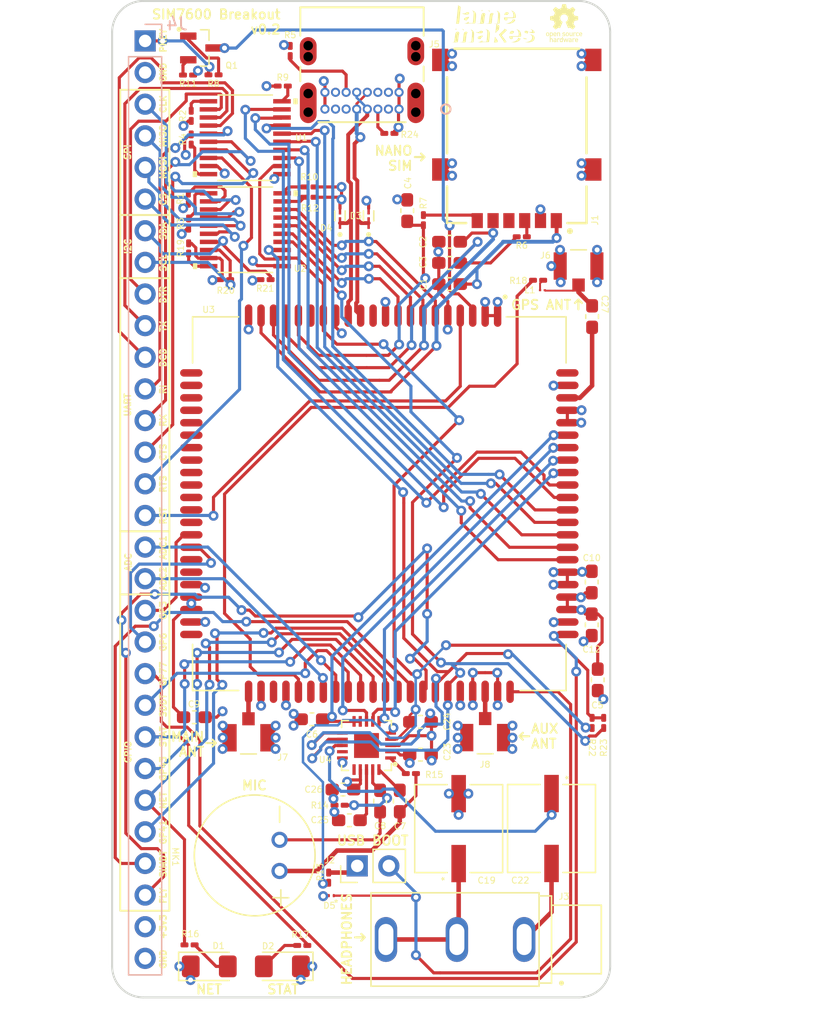
<source format=kicad_pcb>
(kicad_pcb (version 20240108) (generator "pcbnew") (generator_version "8.0")
  (layers (0 "F.Cu" signal) (1 "In1.Cu" signal) (2 "In2.Cu" signal) (31 "B.Cu" signal) (34 "B.Paste" user) (35 "F.Paste" user) (36 "B.SilkS" user "B.Silkscreen") (37 "F.SilkS" user "F.Silkscreen") (38 "B.Mask" user) (39 "F.Mask" user) (44 "Edge.Cuts" user))
  (property "VERSION" "0.2")
  (net 0 "")
  (net 1 "/SIM_VCC")
  (net 2 "GND")
  (net 3 "Net-(Q1-Pad1)")
  (net 4 "Net-(Q1-Pad2)")
  (net 5 "/PWRKEY")
  (net 6 "/PCM_IN")
  (net 7 "/PCM_OUT")
  (net 8 "/PCM_SYNC")
  (net 9 "/PCM_CLK")
  (net 10 "Net-(U4-MICBIAS)")
  (net 11 "/+3v3")
  (net 12 "Net-(U4-MOUT)")
  (net 15 "/+1v8")
  (net 16 "/SCL")
  (net 17 "/SDA")
  (net 18 "Net-(U4-VREF)")
  (net 19 "Net-(U4-MIC-)")
  (net 20 "Net-(U4-MIC+)")
  (net 21 "/SPI_CLK")
  (net 22 "/SPI_CS")
  (net 23 "/SPI_MOSI")
  (net 24 "/SPI_MISO")
  (net 26 "Net-(U2-A7)")
  (net 27 "Net-(U2-A8)")
  (net 28 "Net-(U2-B8)")
  (net 29 "/3v3_SPI_MISO")
  (net 30 "/3v3_SPI_MOSI")
  (net 31 "/3v3_SPI_CS")
  (net 32 "/3v3_SPI_CLK")
  (net 33 "/3v3_SDA")
  (net 34 "/3v3_SCL")
  (net 35 "/UART_CTS")
  (net 36 "/UART_RX")
  (net 37 "/UART_DTR")
  (net 38 "/UART_RTS")
  (net 39 "/UART_RI")
  (net 40 "/UART_DCD")
  (net 41 "/UART_TX")
  (net 42 "Net-(U2-B7)")
  (net 43 "Net-(U2-EN)")
  (net 44 "/3v3_UART_TX")
  (net 45 "/3v3_UART_DCD")
  (net 46 "/3v3_UART_RI")
  (net 47 "/3v3_UART_RTS")
  (net 48 "/3v3_UART_DTR")
  (net 49 "/3v3_UART_RX")
  (net 50 "/3v3_UART_CTS")
  (net 51 "Net-(U1-A8)")
  (net 52 "/RESET")
  (net 53 "Net-(U1-B8)")
  (net 54 "/SIM_DATA")
  (net 55 "/SIM_RST")
  (net 56 "/SIM_CLK")
  (net 57 "Net-(U1-EN)")
  (net 69 "/GPIO3")
  (net 70 "/GPIO6")
  (net 74 "/ADC2")
  (net 75 "/ADC1")
  (net 76 "/SD_DET")
  (net 77 "/STATUS")
  (net 78 "/GPIO43")
  (net 79 "/NETLIGHT")
  (net 80 "/GPIO41")
  (net 81 "/USIM_DET")
  (net 82 "/FLIGHTMODE")
  (net 85 "/USB_BOOT")
  (net 87 "/GPIO77")
  (net 90 "/PWR_ON")
  (net 92 "Net-(J1-RST)")
  (net 93 "/D+")
  (net 95 "Net-(L1-Pad1)")
  (net 96 "Net-(C27-Pad2)")
  (net 97 "/MAIN_ANT")
  (net 98 "/GNSS_ANT")
  (net 99 "/AUX_ANT")
  (net 100 "/AUX_VDD")
  (net 101 "Net-(J1-IO)")
  (net 102 "Net-(C8-Pad1)")
  (net 103 "Net-(C7-Pad1)")
  (net 104 "Net-(C22-Pad2)")
  (net 105 "Net-(C19-Pad1)")
  (net 106 "/D-")
  (net 107 "Net-(J2-Pin_1)")
  (net 108 "Net-(D1-A)")
  (net 109 "Net-(D2-A)")
  (net 111 "Net-(J5-CC1)")
  (net 116 "Net-(J5-CC2)")
  (footprint "Capacitor_SMD:C_0603_1608Metric_Pad1.08x0.95mm_HandSolder" (layer "F.Cu") (at 142.1015 128.9055 90)
    (property "Reference" "C7")
    (property "Value" "1uF")
  )
  (footprint "Capacitor_SMD:C_0603_1608Metric_Pad1.08x0.95mm_HandSolder" (layer "F.Cu") (at 137.539 127.98)
    (property "Reference" "C26")
    (property "Value" "4.7uF")
  )
  (footprint "Resistor_SMD:R_0201_0603Metric_Pad0.64x0.40mm_HandSolder" (layer "F.Cu") (at 134.8425 80.425 180)
    (property "Reference" "R12")
    (property "Value" "47k")
  )
  (footprint "Resistor_SMD:R_0201_0603Metric_Pad0.64x0.40mm_HandSolder" (layer "F.Cu") (at 141.2675 75.3 180)
    (property "Reference" "R24")
    (property "Value" "5K1")
  )
  (footprint "Resistor_SMD:R_0201_0603Metric_Pad0.64x0.40mm_HandSolder" (layer "F.Cu") (at 142.994 126.698 180)
    (property "Reference" "R15")
    (property "Value" "1.3k")
  )
  (footprint "Capacitor_SMD:C_0603_1608Metric_Pad1.08x0.95mm_HandSolder" (layer "F.Cu") (at 125.6 122.175)
    (property "Reference" "C9")
    (property "Value" "100nF")
  )
  (footprint "sim7600_breakout:oshw_logo" (layer "F.Cu") (at 155.3 66.45)
    (property "Reference" "G***" (hide yes))
    (property "Value" "LOGO" (hide yes))
  )
  (footprint "sim7600_breakout:arrow" (layer "F.Cu") (at 126.95 124.25)
    (property "Reference" "G***" (hide yes))
    (property "Value" "LOGO" (hide yes))
  )
  (footprint "Resistor_SMD:R_0201_0603Metric_Pad0.64x0.40mm_HandSolder" (layer "F.Cu") (at 125.12 80.5415 90)
    (property "Reference" "R1")
    (property "Value" "47k")
  )
  (footprint "sim7600_breakout:arrow" (layer "F.Cu") (at 156.45 89.03 90)
    (property "Reference" "G***" (hide yes))
    (property "Value" "LOGO" (hide yes))
  )
  (footprint "Capacitor_SMD:C_0603_1608Metric_Pad1.08x0.95mm_HandSolder" (layer "F.Cu") (at 140.5215 128.9055 90)
    (property "Reference" "C8")
    (property "Value" "1uF")
  )
  (footprint "Capacitor_SMD:C_0603_1608Metric_Pad1.08x0.95mm_HandSolder" (layer "F.Cu") (at 146.1 84 180)
    (property "Reference" "C2")
    (property "Value" "22pF")
  )
  (footprint "sim7600_breakout:865080543009" (layer "F.Cu") (at 154.29 131.10915 -90)
    (property "Reference" "C22")
    (property "Value" "47uF" (hide yes))
  )
  (footprint "LED_SMD:LED_1206_3216Metric_Pad1.42x1.75mm_HandSolder" (layer "F.Cu") (at 126.8 142.18)
    (property "Reference" "D1")
    (property "Value" "R_LED")
  )
  (footprint "Resistor_SMD:R_0201_0603Metric_Pad0.64x0.40mm_HandSolder" (layer "F.Cu") (at 134.8425 79.6 180)
    (property "Reference" "R10")
    (property "Value" "47k")
  )
  (footprint "Resistor_SMD:R_0201_0603Metric_Pad0.64x0.40mm_HandSolder" (layer "F.Cu") (at 151.9 83.6 180)
    (property "Reference" "R6")
    (property "Value" "22")
  )
  (footprint "Resistor_SMD:R_0201_0603Metric_Pad0.64x0.40mm_HandSolder" (layer "F.Cu") (at 137.27 129.24)
    (property "Reference" "R14")
    (property "Value" "1.3k")
  )
  (footprint "Resistor_SMD:R_0201_0603Metric_Pad0.64x0.40mm_HandSolder" (layer "F.Cu") (at 125.35 75.79 -90)
    (property "Reference" "R4")
    (property "Value" "4k7")
  )
  (footprint "Resistor_SMD:R_0201_0603Metric_Pad0.64x0.40mm_HandSolder" (layer "F.Cu") (at 153.21 87.09 180)
    (property "Reference" "R18")
    (property "Value" "10")
  )
  (footprint "sim7600_breakout:HIROSE_U.FL-R-SMT-1(01)" (layer "F.Cu") (at 148.96 123.81 180)
    (property "Reference" "J8")
    (property "Value" "U.FL-R-SMT-1(01)")
  )
  (footprint "Resistor_SMD:R_0201_0603Metric_Pad0.64x0.40mm_HandSolder" (layer "F.Cu") (at 144 82.2675 -90)
    (property "Reference" "R7")
    (property "Value" "22")
  )
  (footprint "sim7600_breakout:HIROSE_U.FL-R-SMT-1(01)" (layer "F.Cu") (at 156.46 85.95)
    (property "Reference" "J6")
    (property "Value" "U.FL-R-SMT-1(01)")
  )
  (footprint "Capacitor_SMD:C_0603_1608Metric_Pad1.08x0.95mm_HandSolder" (layer "F.Cu") (at 143.7615 125.178 180)
    (property "Reference" "C23")
    (property "Value" "4.7uF")
  )
  (footprint "Resistor_SMD:R_0201_0603Metric_Pad0.64x0.40mm_HandSolder" (layer "F.Cu") (at 158.48 122.6325 90)
    (property "Reference" "R23")
    (property "Value" "2k2")
  )
  (footprint "sim7600_breakout:865080543009" (layer "F.Cu") (at 146.8315 131.11885 90)
    (property "Reference" "C19")
    (property "Value" "47uF" (hide yes))
  )
  (footprint "sim7600_breakout:IC_SIM7600E-H" (layer "F.Cu") (at 140.46 105.03 -90)
    (property "Reference" "U3")
    (property "Value" "SIM7600G-H")
  )
  (footprint "Resistor_SMD:R_0201_0603Metric_Pad0.64x0.40mm_HandSolder" (layer "F.Cu") (at 125.35 73.89 90)
    (property "Reference" "R2")
    (property "Value" "47k")
  )
  (footprint "Resistor_SMD:R_0201_0603Metric_Pad0.64x0.40mm_HandSolder" (layer "F.Cu") (at 131.32 87.0415 180)
    (property "Reference" "R21")
    (property "Value" "4k7")
  )
  (footprint "Resistor_SMD:R_0201_0603Metric_Pad0.64x0.40mm_HandSolder" (layer "F.Cu") (at 134.27 140.5 180)
    (property "Reference" "R17")
    (property "Value" "390")
  )
  (footprint "Capacitor_SMD:C_0603_1608Metric_Pad1.08x0.95mm_HandSolder" (layer "F.Cu") (at 157.52 114.7575 -90)
    (property "Reference" "C12")
    (property "Value" "100nF")
  )
  (footprint "Connector_PinHeader_2.54mm:PinHeader_1x02_P2.54mm_Vertical" (layer "F.Cu") (at 138.685 134.11 90)
    (property "Reference" "J2")
    (property "Value" "2W Header")
  )
  (footprint "Resistor_SMD:R_0201_0603Metric_Pad0.64x0.40mm_HandSolder" (layer "F.Cu") (at 133.3 68.683 -90)
    (property "Reference" "R5")
    (property "Value" "5K1")
  )
  (footprint "sim7600_breakout:IND_LQP02HQ47NH02E" (layer "F.Cu") (at 153.56 87.89)
    (property "Reference" "L1")
    (property "Value" "47nH")
  )
  (footprint "Capacitor_SMD:C_0603_1608Metric_Pad1.08x0.95mm_HandSolder" (layer "F.Cu") (at 146.1 85.7 180)
    (property "Reference" "C3")
    (property "Value" "22pF")
  )
  (footprint "Capacitor_SMD:C_0603_1608Metric_Pad1.08x0.95mm_HandSolder" (layer "F.Cu") (at 157.55 90.0075 90)
    (property "Reference" "C27")
    (property "Value" "33pF")
  )
  (footprint "sim7600_breakout:SOT95P237X112-3N" (layer "F.Cu") (at 126.13 68.44)
    (property "Reference" "Q1")
    (property "Value" "MMBT3904L_RFG")
  )
  (footprint "sim7600_breakout:DIOM1006X40N" (layer "F.Cu") (at 137.3 81.92 90)
    (property "Reference" "D4")
    (property "Value" "ESD9L5.0ST5G")
  )
  (footprint "sim7600_breakout:arrow" (layer "F.Cu") (at 138.9 139.85)
    (property "Reference" "G***" (hide yes))
    (property "Value" "LOGO" (hide yes))
  )
  (footprint "Resistor_SMD:R_0201_0603Metric_Pad0.64x0.40mm_HandSolder" (layer "F.Cu") (at 125.2175 140.455)
    (property "Reference" "R16")
    (property "Value" "390")
  )
  (footprint "Capacitor_SMD:C_0603_1608Metric_Pad1.08x0.95mm_HandSolder" (layer "F.Cu") (at 138.054 130.448 180)
    (property "Reference" "C25")
    (property "Value" "4.7uF")
  )
  (footprint "Resistor_SMD:R_0201_0603Metric_Pad0.64x0.40mm_HandSolder" (layer "F.Cu") (at 125.0975 70.615 180)
    (property "Reference" "R11")
    (property "Value" "47k")
  )
  (footprint "LED_SMD:LED_1206_3216Metric_Pad1.42x1.75mm_HandSolder" (layer "F.Cu") (at 132.67 142.175 180)
    (property "Reference" "D2")
    (property "Value" "R_LED")
  )
  (footprint "sim7600_breakout:DIOM1006X40N" (layer "F.Cu") (at 139.6 81.92 90)
    (property "Reference" "D3")
    (property "Value" "ESD9L5.0ST5G")
  )
  (footprint "sim7600_breakout:NVT2008PW_118" (layer "F.Cu") (at 129.687575 75.6475 180)
    (property "Reference" "U1")
    (property "Value" "NVT2008PW_118" (hide yes))
  )
  (footprint "Resistor_SMD:R_0201_0603Metric_Pad0.64x0.40mm_HandSolder" (layer "F.Cu") (at 157.55 122.6325 90)
    (property "Reference" "R22")
    (property "Value" "2k2")
  )
  (footprint "Resistor_SMD:R_0201_0603Metric_Pad0.64x0.40mm_HandSolder" (layer "F.Cu") (at 132.7 71.5)
    (property "Reference" "R9")
    (property "Value" "47k")
  )
  (footprint "Resistor_SMD:R_0201_0603Metric_Pad0.64x0.40mm_HandSolder" (layer "F.Cu") (at 125.145 82.5415 90)
    (property "Reference" "R3")
    (property "Value" "47k")
  )
  (footprint "Capacitor_SMD:C_0603_1608Metric_Pad1.08x0.95mm_HandSolder" (layer "F.Cu") (at 135.0475 122.34 180)
    (property "Reference" "C6")
    (property "Value" "4.7uF")
  )
  (footprint "sim7600_breakout:HIROSE_U.FL-R-SMT-1(01)" (layer "F.Cu") (at 129.95 123.825 180)
    (property "Reference" "J7")
    (property "Value" "U.FL-R-SMT-1(01)")
  )
  (footprint "Resistor_SMD:R_0201_0603Metric_Pad0.64x0.40mm_HandSolder" (layer "F.Cu") (at 125.145 84.534 -90)
    (property "Reference" "R19")
    (property "Value" "4k7")
  )
  (footprint "Resistor_SMD:R_0201_0603Metric_Pad0.64x0.40mm_HandSolder" (layer "F.Cu") (at 127.1425 70.6 180)
    (property "Reference" "R8")
    (property "Value" "4k7")
  )
  (footprint "sim7600_breakout:arrow" (layer "F.Cu") (at 143.7 77.2)
    (property "Reference" "G***" (hide yes))
    (property "Value" "LOGO" (hide yes))
  )
  (footprint "Resistor_SMD:R_0201_0603Metric_Pad0.64x0.40mm_HandSolder" (layer "F.Cu") (at 136.38975 135.055502 90)
    (property "Reference" "R13")
    (property "Value" "47k")
  )
  (footprint "sim7600_breakout:CUI_MJ-3502N" (layer "F.Cu") (at 146.54 140.02 180)
    (property "Reference" "J3")
    (property "Value" "MJ-3502N")
  )
  (footprint "Resistor_SMD:R_0201_0603Metric_Pad0.64x0.40mm_HandSolder" (layer "F.Cu") (at 128.0725 87.0415 180)
    (property "Reference" "R20")
    (property "Value" "4k7")
  )
  (footprint "sim7600_breakout:MIC_AOM-4544P-NF-R" (layer "F.Cu") (at 130.45 133.27 -90)
    (property "Reference" "MK1")
    (property "Value" "AOM-4544P")
  )
  (footprint "Capacitor_SMD:C_0603_1608Metric_Pad1.08x0.95mm_HandSolder" (layer "F.Cu") (at 146.1 87.4 180)
    (property "Reference" "C1")
    (property "Value" "22pF")
  )
  (footprint "sim7600_breakout:QFN50P400X400X80-21N" (layer "F.Cu") (at 139.43 124.445 180)
    (property "Reference" "U4")
    (property "Value" "NAU8810YG")
  )
  (footprint "sim7600_breakout:lamemakes_logo" (layer "F.Cu") (at 149.6 66.5)
    (property "Reference" "G***" (hide yes))
    (property "Value" "LOGO" (hide yes))
  )
  (footprint "sim7600_breakout:2137160001-USB-C" (layer "F.Cu") (at 142.042551 73.35 180)
    (property "Reference" "J5")
    (property "Value" "2137160001" (hide yes))
  )
  (footprint "Capacitor_SMD:C_0603_1608Metric_Pad1.08x0.95mm_HandSolder" (layer "F.Cu") (at 143.769 122.548)
    (property "Reference" "C24")
    (property "Value" "4.7uF")
  )
  (footprint "Capacitor_SMD:C_0603_1608Metric_Pad1.08x0.95mm_HandSolder" (layer "F.Cu") (at 157.52 111.32 90)
    (property "Reference" "C10")
    (property "Value" "100nF")
  )
  (footprint "Capacitor_SMD:C_0603_1608Metric_Pad1.08x0.95mm_HandSolder" (layer "F.Cu") (at 142.7 81.5 90)
    (property "Reference" "C4")
    (property "Value" "100nF")
  )
  (footprint "sim7600_breakout:PESD2V0Y1BSFYL" (layer "F.Cu") (at 136.6 136.5)
    (property "Reference" "D5")
    (property "Value" "PESD2V0Y1BSFYL" (hide yes))
  )
  (footprint "sim7600_breakout:arrow" (layer "F.Cu") (at 152.1 123.7 180)
    (property "Reference" "G***" (hide yes))
    (property "Value" "LOGO" (hide yes))
  )
  (footprint "Capacitor_SMD:C_0603_1608Metric_Pad1.08x0.95mm_HandSolder" (layer "F.Cu") (at 158 119.175 -90)
    (property "Reference" "C5")
    (property "Value" "10uF")
  )
  (footprint "sim7600_breakout:NVT2008PW_118" (layer "F.Cu") (at 129.702 83.0365 180)
    (property "Reference" "U2")
    (property "Value" "NVT2008PW_118" (hide yes))
  )
  (footprint "sim7600_breakout:GCT_SIM8060-6-0-14-00-A" (layer "F.Cu") (at 151.5 75.5 180)
    (property "Reference" "J1")
    (property "Value" "SIM8060-6-0-14-00-A")
  )
  (footprint "Connector_PinHeader_2.54mm:PinHeader_1x30_P2.54mm_Vertical" (layer "B.Cu") (at 121.65 67.875 180)
    (property "Reference" "J4")
    (property "Value" "30W Header")
  )
  (gr_rect (start 119.65 81.85) (end 123.6 86.925) (stroke (width 0.15)) (fill none) (layer "F.SilkS"))
  (gr_rect (start 119.65 86.925) (end 123.6 107.25) (stroke (width 0.15)) (fill none) (layer "F.SilkS"))
  (gr_rect (start 119.65 107.2375) (end 123.6 112.3125) (stroke (width 0.15)) (fill none) (layer "F.SilkS"))
  (gr_rect (start 119.65 71.8) (end 123.6 81.85) (stroke (width 0.15)) (fill none) (layer "F.SilkS"))
  (gr_rect (start 119.65 112.3125) (end 123.6 137.7125) (stroke (width 0.15)) (fill none) (layer "F.SilkS"))
  (gr_line (start 121.5 64.67) (end 156.5 64.67) (stroke (width 0.16)) (layer "Edge.Cuts"))
  (gr_line (start 121.5 144.67) (end 156.5 144.67) (stroke (width 0.16)) (layer "Edge.Cuts"))
  (gr_arc (start 121.5 144.67) (mid 119.732233 143.937767) (end 119 142.17) (stroke (width 0.16)) (layer "Edge.Cuts"))
  (gr_line (start 159 142.17) (end 159 67.17) (stroke (width 0.16)) (layer "Edge.Cuts"))
  (gr_arc (start 119 67.17) (mid 119.732233 65.402233) (end 121.5 64.67) (stroke (width 0.16)) (layer "Edge.Cuts"))
  (gr_arc (start 159 142.17) (mid 158.267767 143.937767) (end 156.5 144.67) (stroke (width 0.16)) (layer "Edge.Cuts"))
  (gr_arc (start 156.5 64.67) (mid 158.267767 65.402233) (end 159 67.17) (stroke (width 0.16)) (layer "Edge.Cuts"))
  (gr_line (start 119 142.17) (end 119 67.17) (stroke (width 0.16)) (layer "Edge.Cuts"))
  (gr_text "SDA" (at 123.1 83.15 90) (layer "F.SilkS") (effects (font (size 0.5 0.5) (thickness 0.125))))
  (gr_text "CLK" (at 123.1 72.95 90) (layer "F.SilkS") (effects (font (size 0.5 0.5) (thickness 0.125))))
  (gr_text "STAT" (at 123.1 123.75 90) (layer "F.SilkS") (effects (font (size 0.5 0.5) (thickness 0.125))))
  (gr_text "PKEY" (at 123.1 67.85 90) (layer "F.SilkS") (effects (font (size 0.5 0.5) (thickness 0.125))))
  (gr_text "NET" (at 123.1 128.85 90) (layer "F.SilkS") (effects (font (size 0.5 0.5) (thickness 0.125))))
  (gr_text "GND" (at 123.1 70.4 90) (layer "F.SilkS") (effects (font (size 0.5 0.5) (thickness 0.125))))
  (gr_text "MOSI" (at 123.1 78.05 90) (layer "F.SilkS") (effects (font (size 0.5 0.5) (thickness 0.125))))
  (gr_text "DTR" (at 123.1 88.25 90) (layer "F.SilkS") (effects (font (size 0.5 0.5) (thickness 0.125))))
  (gr_text "+3v3" (at 123.1 139 90) (layer "F.SilkS") (effects (font (size 0.5 0.5) (thickness 0.125))))
  (gr_text "CTS" (at 123.1 100.9 90) (layer "F.SilkS") (effects (font (size 0.5 0.5) (thickness 0.125))))
  (gr_text "ADC" (at 120.3 109.725 90) (layer "F.SilkS") (effects (font (size 0.5 0.5) (thickness 0.125))))
  (gr_text "RTS" (at 123.1 103.45 90) (layer "F.SilkS") (effects (font (size 0.5 0.5) (thickness 0.125))))
  (gr_text "MISO" (at 123.099801 75.5 90) (layer "F.SilkS") (effects (font (size 0.5 0.5) (thickness 0.125))))
  (gr_text "HEADPHONES" (at 137.85 140 90) (layer "F.SilkS") (effects (font (size 0.75 0.75))))
  (gr_text "USB BOOT" (at 139.925 132.075 0) (layer "F.SilkS") (effects (font (size 0.75 0.75))))
  (gr_text "MIC" (at 130.425 127.65 0) (layer "F.SilkS") (effects (font (size 0.75 0.75))))
  (gr_text "NET" (at 126.775 144.025 0) (layer "F.SilkS") (effects (font (size 0.75 0.75))))
  (gr_text "GP6" (at 123.1 116.15 90) (layer "F.SilkS") (effects (font (size 0.5 0.5) (thickness 0.125))))
  (gr_text "SCL" (at 123.1 85.7 90) (layer "F.SilkS") (effects (font (size 0.5 0.5) (thickness 0.125))))
  (gr_text "GP77" (at 123.098023 118.7 90) (layer "F.SilkS") (effects (font (size 0.5 0.5) (thickness 0.125))))
  (gr_text "RX" (at 123.1 98.35 90) (layer "F.SilkS") (effects (font (size 0.5 0.5) (thickness 0.125))))
  (gr_text "SIMDT" (at 123.1 133.95 90) (layer "F.SilkS") (effects (font (size 0.5 0.5) (thickness 0.125))))
  (gr_text "UART" (at 120.25 97.1 90) (layer "F.SilkS") (effects (font (size 0.5 0.5) (thickness 0.125))))
  (gr_text "I2C" (at 120.275 84.375 90) (layer "F.SilkS") (effects (font (size 0.5 0.5) (thickness 0.125))))
  (gr_text "GP41" (at 123.1 131.4 90) (layer "F.SilkS") (effects (font (size 0.5 0.5) (thickness 0.125))))
  (gr_text "FLY" (at 123.099999 136.5 90) (layer "F.SilkS") (effects (font (size 0.5 0.5) (thickness 0.125))))
  (gr_text "RST" (at 123.1 106 90) (layer "F.SilkS") (effects (font (size 0.5 0.5) (thickness 0.125))))
  (gr_text "ADC1" (at 123.1 108.55 90) (layer "F.SilkS") (effects (font (size 0.5 0.5) (thickness 0.125))))
  (gr_text "RI" (at 123.1 95.85 90) (layer "F.SilkS") (effects (font (size 0.5 0.5) (thickness 0.125))))
  (gr_text "SPI" (at 120.25 76.8 90) (layer "F.SilkS") (effects (font (size 0.5 0.5) (thickness 0.125))))
  (gr_text "CS" (at 123.1 80.6 90) (layer "F.SilkS") (effects (font (size 0.5 0.5) (thickness 0.125))))
  (gr_text "GPIO" (at 120.275 124.975 90) (layer "F.SilkS") (effects (font (size 0.5 0.5) (thickness 0.125))))
  (gr_text "DCD" (at 123.1 93.3 90) (layer "F.SilkS") (effects (font (size 0.5 0.5) (thickness 0.125))))
  (gr_text "NANO\nSIM" (at 143.2 77.3 0) (layer "F.SilkS") (effects (font (size 0.75 0.75)) (justify right)))
  (gr_text "SIM7600 Breakout\nv${VERSION}" (at 132.6 66.35 0) (layer "F.SilkS") (effects (font (size 0.75 0.75)) (justify right)))
  (gr_text "GP3" (at 123.1 113.6 90) (layer "F.SilkS") (effects (font (size 0.5 0.5) (thickness 0.125))))
  (gr_text "MAIN\nANT" (at 126.481509 124.35 0) (layer "F.SilkS") (effects (font (size 0.75 0.75)) (justify right)))
  (gr_text "GND" (at 123.1 141.6 90) (layer "F.SilkS") (effects (font (size 0.5 0.5) (thickness 0.125))))
  (gr_text "GPS ANT" (at 153.46 89.07 0) (layer "F.SilkS") (effects (font (size 0.75 0.75))))
  (gr_text "STAT" (at 132.725 144.025 0) (layer "F.SilkS") (effects (font (size 0.75 0.75))))
  (gr_text "TX" (at 123.1 90.8 90) (layer "F.SilkS") (effects (font (size 0.5 0.5) (thickness 0.125))))
  (gr_text "GP43" (at 123.1 126.3 90) (layer "F.SilkS") (effects (font (size 0.5 0.5) (thickness 0.125))))
  (gr_text "SDDT" (at 123.1 121.25 90) (layer "F.SilkS") (effects (font (size 0.5 0.5) (thickness 0.125))))
  (gr_text "AUX\nANT" (at 152.57244 123.7 0) (layer "F.SilkS") (effects (font (size 0.75 0.75)) (justify left)))
  (gr_text "ADC2" (at 123.1 111.05 90) (layer "F.SilkS") (effects (font (size 0.5 0.5) (thickness 0.125))))
  (segment (start 141.402299 96.057701) (end 141.402299 95.997701) (width 0.25) (layer "F.Cu") (net 1))
  (segment (start 130.96 91.32) (end 135.65 96.01) (width 0.25) (layer "F.Cu") (net 1))
  (segment (start 135.697701 96.057701) (end 141.402299 96.057701) (width 0.25) (layer "F.Cu") (net 1))
  (segment (start 141.402299 95.997701) (end 145.05 92.35) (width 0.25) (layer "F.Cu") (net 1))
  (segment (start 154.7 82.325) (end 154.675 82.3) (width 0.312) (layer "F.Cu") (net 1))
  (segment (start 146.9625 87.4) (end 148.3 87.4) (width 0.25) (layer "F.Cu") (net 1))
  (segment (start 130.96 89.93) (end 130.96 91.32) (width 0.25) (layer "F.Cu") (net 1))
  (segment (start 154.7 83.7) (end 154.7 82.325) (width 0.312) (layer "F.Cu") (net 1))
  (segment (start 135.65 96.01) (end 135.697701 96.057701) (width 0.25) (layer "F.Cu") (net 1))
  (via (at 154.7 83.7) (size 0.8) (drill 0.4) (layers "F.Cu" "B.Cu") (net 1))
  (via (at 145.05 92.35) (size 0.8) (drill 0.4) (layers "F.Cu" "B.Cu") (net 1))
  (via (at 148.3 87.4) (size 0.8) (drill 0.4) (layers "F.Cu" "B.Cu") (net 1))
  (segment (start 148.3 86.140862) (end 148.370431 86.070431) (width 0.25) (layer "B.Cu") (net 1))
  (segment (start 145.05 89.390862) (end 148.370431 86.070431) (width 0.312) (layer "B.Cu") (net 1))
  (segment (start 150.4 84) (end 154.4 84) (width 0.312) (layer "B.Cu") (net 1))
  (segment (start 154.4 84) (end 154.7 83.7) (width 0.312) (layer "B.Cu") (net 1))
  (segment (start 148.3 87.4) (end 148.3 86.140862) (width 0.25) (layer "B.Cu") (net 1))
  (segment (start 145.05 92.35) (end 145.05 89.390862) (width 0.312) (layer "B.Cu") (net 1))
  (segment (start 148.370431 86.070431) (end 150.4 84.040862) (width 0.312) (layer "B.Cu") (net 1))
  (segment (start 150.4 84.040862) (end 150.4 84) (width 0.312) (layer "B.Cu") (net 1))
  (segment (start 146.8315 128.31215) (end 146.8315 130.0085) (width 0.25) (layer "F.Cu") (net 2))
  (segment (start 125.3125 143.2625) (end 125.3 143.275) (width 0.25) (layer "F.Cu") (net 2))
  (segment (start 136.85 129.2525) (end 136.8625 129.24) (width 0.25) (layer "F.Cu") (net 2))
  (segment (start 141.675 75.3) (end 141.675 75.125) (width 0.25) (layer "F.Cu") (net 2))
  (segment (start 135.991223 136.5) (end 135.951962 136.539261) (width 0.18) (layer "F.Cu") (net 2))
  (segment (start 144.65 122.34) (end 144.66 122.33) (width 0.25) (layer "F.Cu") (net 2))
  (segment (start 137.3 81.34) (end 137.3 80.725) (width 0.25) (layer "F.Cu") (net 2))
  (segment (start 137.1915 130.1165) (end 136.85 129.775) (width 0.25) (layer "F.Cu") (net 2))
  (segment (start 157.2 78.2) (end 156.7 77.7) (width 0.25) (layer "F.Cu") (net 2))
  (segment (start 132.12 124.52) (end 131.425 123.825) (width 0.25) (layer "F.Cu") (net 2))
  (segment (start 155.56 95.53) (end 154.47 95.53) (width 0.25) (layer "F.Cu") (net 2))
  (segment (start 131.43 123.82) (end 131.425 123.825) (width 0.25) (layer "F.Cu") (net 2))
  (segment (start 126.208163 111.53) (end 126.461311 111.783148) (width 0.25) (layer "F.Cu") (net 2))
  (segment (start 145.96 88.78) (end 145.2375 88.0575) (width 0.25) (layer "F.Cu") (net 2))
  (segment (start 154.985 87.21) (end 155.025 87.25) (width 0.3628) (layer "F.Cu") (net 2))
  (segment (start 145.8 69.4) (end 146.3 69.9) (width 0.25) (layer "F.Cu") (net 2))
  (segment (start 133.3 68.2755) (end 132.8755 68.2755) (width 0.25) (layer "F.Cu") (net 2))
  (segment (start 132.2925 71.5) (end 131.4 71.5) (width 0.25) (layer "F.Cu") (net 2))
  (segment (start 149.93 118.6) (end 148.96 118.6) (width 0.25) (layer "F.Cu") (net 2))
  (segment (start 132.96 120.13) (end 132.96 121.22) (width 0.25) (layer "F.Cu") (net 2))
  (segment (start 157.52 115.62) (end 157.334012 115.62) (width 0.25) (layer "F.Cu") (net 2))
  (segment (start 132.61325 85.92) (end 130.675 85.92) (width 0.25) (layer "F.Cu") (net 2))
  (segment (start 154.985 84.66) (end 154.975 84.65) (width 0.3628) (layer "F.Cu") (net 2))
  (segment (start 148.96 89.93) (end 149.96 89.93) (width 0.25) (layer "F.Cu") (net 2))
  (segment (start 145.8 78.2) (end 146.3 78.7) (width 0.25) (layer "F.Cu") (net 2))
  (segment (start 141.365 123.445) (end 141.365 123.2545) (width 0.25) (layer "F.Cu") (net 2))
  (segment (start 132.13 122.85) (end 132.13 123.12) (width 0.25) (layer "F.Cu") (net 2))
  (segment (start 144.65 123.66) (end 144.65 122.34) (width 0.25) (layer "F.Cu") (net 2))
  (segment (start 125.36 111.53) (end 126.208163 111.53) (width 0.25) (layer "F.Cu") (net 2))
  (segment (start 136.09255 72) (end 136.09255 71.19255) (width 0.25) (layer "F.Cu") (net 2))
  (segment (start 136.6765 129.054) (end 136.8625 129.24) (width 0.25) (layer "F.Cu") (net 2))
  (segment (start 149.96 118.65) (end 149.97 118.64) (width 0.25) (layer "F.Cu") (net 2))
  (segment (start 146.8315 128.31215) (end 146.05215 128.31215) (width 0.25) (layer "F.Cu") (net 2))
  (segment (start 147.485 123.81) (end 147.485 123.985) (width 0.25) (layer "F.Cu") (net 2))
  (segment (start 157.65 78.2) (end 157.3 78.2) (width 0.25) (layer "F.Cu") (net 2))
  (segment (start 127.88 122.85) (end 127.88 123.23) (width 0.25) (layer "F.Cu") (net 2))
  (segment (start 157.52 110.4575) (end 156.7925 110.4575) (width 0.25) (layer "F.Cu") (net 2))
  (segment (start 145.2375 84) (end 145.2375 84.7625) (width 0.25) (layer "F.Cu") (net 2))
  (segment (start 147.485 123.985) (end 146.75 124.72) (width 0.25) (layer "F.Cu") (net 2))
  (segment (start 142.84 123.66) (end 142.055 124.445) (width 0.25) (layer "F.Cu") (net 2))
  (segment (start 147.485 123.575) (end 146.76 122.85) (width 0.25) (layer "F.Cu") (net 2))
  (segment (start 134.1575 143.2425) (end 134.15 143.25) (width 0.25) (layer "F.Cu") (net 2))
  (segment (start 137.1915 130.448) (end 137.1915 130.1165) (width 0.25) (layer "F.Cu") (net 2))
  (segment (start 145.96 91.04) (end 145.95 91.05) (width 0.25) (layer "F.Cu") (net 2))
  (segment (start 144.6525 124.96) (end 144.6525 123.6625) (width 0.25) (layer "F.Cu") (net 2))
  (segment (start 136.85 129.775) (end 136.85 129.2525) (width 0.25) (layer "F.Cu") (net 2))
  (segment (start 127.87 124.43) (end 128.475 123.825) (width 0.25) (layer "F.Cu") (net 2))
  (segment (start 130.96 120.13) (end 130.96 121.25) (width 0.25) (layer "F.Cu") (net 2))
  (segment (start 135.25 79.6) (end 137.425 79.6) (width 0.25) (layer "F.Cu") (net 2))
  (segment (start 139.6 80.87152) (end 139.42848 80.7) (width 0.25) (layer "F.Cu") (net 2))
  (segment (start 125.35 74.2975) (end 125.129545 74.2975) (width 0.25) (layer "F.Cu") (net 2))
  (segment (start 134.185 122.34) (end 133.99 122.34) (width 0.25) (layer "F.Cu") (net 2))
  (segment (start 136.6765 127.98) (end 136.6765 128.6265) (width 0.25) (layer "F.Cu") (net 2))
  (segment (start 144.6525 125.6425) (end 144.66 125.65) (width 0.25) (layer "F.Cu") (net 2))
  (segment (start 126.47 114.53) (end 126.475 114.525) (width 0.25) (layer "F.Cu") (net 2))
  (segment (start 149.96 120.13) (end 149.96 118.65) (width 0.25) (layer "F.Cu") (net 2))
  (segment (start 154.46 110.53) (end 154.45 110.52) (width 0.25) (layer "F.Cu") (net 2))
  (segment (start 157.65 78.2) (end 157.2 78.2) (width 0.25) (layer "F.Cu") (net 2))
  (segment (start 142 73.392551) (end 142.042551 73.35) (width 0.25) (layer "F.Cu") (net 2))
  (segment (start 137.495 125.445) (end 137.495 125.82) (width 0.25) (layer "F.Cu") (net 2))
  (segment (start 127.3945 122.175) (end 127.8695 121.7) (width 0.25) (layer "F.Cu") (net 2))
  (segment (start 125.063662 80.949) (end 124.7105 81.302162) (width 0.25) (layer "F.Cu") (net 2))
  (segment (start 145.2375 84.8375) (end 145.2 84.8) (width 0.25) (layer "F.Cu") (net 2))
  (segment (start 132.640325 78.5725) (end 132.403 78.5725) (width 0.25) (layer "F.Cu") (net 2))
  (segment (start 149.96 89.93) (end 149.96 88.83) (width 0.25) (layer "F.Cu") (net 2))
  (segment (start 136.96 89.93) (end 136.96 90.8655) (width 0.25) (layer "F.Cu") (net 2))
  (segment (start 125.36 114.53) (end 126.47 114.53) (width 0.25) (layer "F.Cu") (net 2))
  (segment (start 155.56 110.53) (end 156.72 110.53) (width 0.25) (layer "F.Cu") (net 2))
  (segment (start 147.485 123.81) (end 147.485 123.575) (width 0.25) (layer "F.Cu") (net 2))
  (segment (start 153.405 81.405) (end 153.4 81.4) (width 0.25) (layer "F.Cu") (net 2))
  (segment (start 144.6525 124.96) (end 144.6525 125.6425) (width 0.25) (layer "F.Cu") (net 2))
  (segment (start 149.97 118.64) (end 149.93 118.6) (width 0.25) (layer "F.Cu") (net 2))
  (segment (start 148.96 89.93) (end 148.96 88.83) (width 0.25) (layer "F.Cu") (net 2))
  (segment (start 133.58 121.9) (end 133.745 121.9) (width 0.25) (layer "F.Cu") (net 2))
  (segment (start 137.495 125.82) (end 137.5 125.825) (width 0.25) (layer "F.Cu") (net 2))
  (segment (start 157.935 85.95) (end 157.935 87.235) (width 0.3628) (layer "F.Cu") (net 2))
  (segment (start 124.405 142.18) (end 124.4 142.175) (width 0.25) (layer "F.Cu") (net 2))
  (segment (start 155.56 98.53) (end 156.67 98.53) (width 0.25) (layer "F.Cu") (net 2))
  (segment (start 134.1575 142.175) (end 135.075 142.175) (width 0.25) (layer "F.Cu") (net 2))
  (segment (start 130.3 85.545) (end 130.3 85.525) (width 0.25) (layer "F.Cu") (net 2))
  (segment (start 125.018656 82.949) (end 124.589673 83.377983) (width 0.25) (layer "F.Cu") (net 2))
  (segment (start 125.3125 142.18) (end 124.405 142.18) (width 0.25) (layer "F.Cu") (net 2))
  (segment (start 127.88 123.23) (end 128.475 123.825) (width 0.25) (layer "F.Cu") (net 2))
  (segment (start 132.8755 68.2755) (end 132.8 68.2) (width 0.25) (layer "F.Cu") (net 2))
  (segment (start 142.042551 70.957449) (end 142.1 70.9) (width 0.25) (layer "F.Cu") (net 2))
  (segment (start 142.7 80.6375) (end 141.9375 80.6375) (width 0.25) (layer "F.Cu") (net 2))
  (segment (start 145.35 78.2) (end 145.8 78.2) (width 0.25) (layer "F.Cu") (net 2))
  (segment (start 147.96 120.13) (end 147.96 121.21) (width 0.25) (layer "F.Cu") (net 2))
  (segment (start 157.2 69.4) (end 156.7 68.9) (width 0.25) (layer "F.Cu") (net 2))
  (segment (start 136.96 90.8655) (end 137.4445 91.35) (width 0.25) (layer "F.Cu") (net 2))
  (segment (start 132.65475 85.9615) (end 132.61325 85.92) (width 0.25) (layer "F.Cu") (net 2))
  (segment (start 140.96 88.84) (end 140.95 88.83) (width 0.25) (layer "F.Cu") (net 2))
  (segment (start 145.2375 88.0575) (end 145.2375 87.4) (width 0.25) (layer "F.Cu") (net 2))
  (segment (start 137.425 79.6) (end 137.425 80.6) (width 0.25) (layer "F.Cu") (net 2))
  (segment (start 142.042551 72) (end 142.042551 70.957449) (width 0.25) (layer "F.Cu") (net 2))
  (segment (start 134.08 122.34) (end 133.57 122.85) (width 0.25) (layer "F.Cu") (net 2))
  (segment (start 144.6315 121.9515) (end 144.55 121.87) (width 0.25) (layer "F.Cu") (net 2))
  (segment (start 154.985 85.95) (end 154.985 87.21) (width 0.3628) (layer "F.Cu") (net 2))
  (segment (start 154.985 85.95) (end 154.985 84.66) (width 0.3628) (layer "F.Cu") (net 2))
  (segment (start 149.96 120.13) (end 149.96 121.22) (width 0.25) (layer "F.Cu") (net 2))
  (segment (start 156.72 110.53) (end 156.75 110.5) (width 0.25) (layer "F.Cu") (net 2))
  (segment (start 154.48 114.53) (end 154.47 114.54) (width 0.25) (layer "F.Cu") (net 2))
  (segment (start 147.96 120.13) (end 147.96 118.61) (width 0.25) (layer "F.Cu") (net 2))
  (segment (start 147.96 121.21) (end 147.97 121.22) (width 0.25) (layer "F.Cu") (net 2))
  (segment (start 142 74.8) (end 142 73.392551) (width 0.25) (layer "F.Cu") (net 2))
  (segment (start 136.6765 128.6265) (end 136.775 128.725) (width 0.25) (layer "F.Cu") (net 2))
  (segment (start 157.65 69.4) (end 157.2 69.4) (width 0.25) (layer "F.Cu") (net 2))
  (segment (start 125.3125 142.18) (end 125.3125 143.2625) (width 0.25) (layer "F.Cu") (net 2))
  (segment (start 137.3 80.725) (end 137.425 80.6) (width 0.25) (layer "F.Cu") (net 2))
  (segment (start 140.96 89.93) (end 140.96 88.84) (width 0.25) (layer "F.Cu") (net 2))
  (segment (start 126.4625 122.175) (end 127.3945 122.175) (width 0.25) (layer "F.Cu") (net 2))
  (segment (start 155.56 97.53) (end 156.695 97.53) (width 0.25) (layer "F.Cu") (net 2))
  (segment (start 127.88 123.82) (end 128.47 123.82) (width 0.25) (layer "F.Cu") (net 2))
  (segment (start 141.675 75.125) (end 142 74.8) (width 0.25) (layer "F.Cu") (net 2))
  (segment (start 157.2 69.4) (end 156.7 69.9) (width 0.25) (layer "F.Cu") (net 2))
  (segment (start 144.8425 122.3575) (end 144.815 122.33) (width 0.25) (layer "F.Cu") (net 2))
  (segment (start 125.129545 74.2975) (end 124.730783 74.696262) (width 0.25) (layer "F.Cu") (net 2))
  (segment (start 142.84 123.66) (end 144.65 123.66) (width 0.25) (layer "F.Cu") (net 2))
  (segment (start 136.09255 73.35) (end 136.09255 72) (width 0.25) (layer "F.Cu") (net 2))
  (segment (start 157.935 84.665) (end 157.95 84.65) (width 0.3628) (layer "F.Cu") (net 2))
  (segment (start 132.403 78.5725) (end 132.0255 78.95) (width 0.25) (layer "F.Cu") (net 2))
  (segment (start 156.695 97.53) (end 156.7 97.525) (width 0.25) (layer "F.Cu") (net 2))
  (segment (start 146.8315 128.31215) (end 147.60785 128.31215) (width 0.25) (layer "F.Cu") (net 2))
  (segment (start 144.6315 122.548) (end 144.6315 121.9515) (width 0.25) (layer "F.Cu") (net 2))
  (segment (start 155.56 110.53) (end 154.46 110.53) (width 0.25) (layer "F.Cu") (net 2))
  (segment (start 142.042551 72) (end 142.042551 73.35) (width 0.25) (layer "F.Cu") (net 2))
  (segment (start 147.96 118.61) (end 147.97 118.6) (width 0.25) (layer "F.Cu") (net 2))
  (segment (start 155.56 114.53) (end 154.48 114.53) (width 0.25) (layer "F.Cu") (net 2))
  (segment (start 135.25 80.425) (end 137.25 80.425) (width 0.25) (layer "F.Cu") (net 2))
  (segment (start 134.1575 142.175) (end 134.1575 143.2425) (width 0.25) (layer "F.Cu") (net 2))
  (segment (start 145.2375 87.4) (end 145.2375 85.7) (width 0.25) (layer "F.Cu") (net 2))
  (segment (start 141.365 123.2545) (end 141.5915 123.028) (width 0.25) (layer "F.Cu") (net 2))
  (segment (start 136.09255 71.19255) (end 136 71.1) (width 0.25) (layer "F.Cu") (net 2))
  (segment (start 155.56 98.53) (end 155.56 97.53) (width 0.25) (layer "F.Cu") (net 2))
  (segment (start 155.56 111.53) (end 155.56 110.53) (width 0.25) (layer "F.Cu") (net 2))
  (segment (start 130.675 85.92) (end 130.3 85.545) (width 0.25) (layer "F.Cu") (net 2))
  (segment (start 146.96 120.13) (end 146.96 121.23) (width 0.25) (layer "F.Cu") (net 2))
  (segment (start 132.13 123.82) (end 131.43 123.82) (width 0.25) (layer "F.Cu") (net 2))
  (segment (start 141.365 124.445) (end 142.055 124.445) (width 0.25) (layer "F.Cu") (net 2))
  (segment (start 132.12 124.72) (end 132.12 124.52) (width 0.25) (layer "F.Cu") (net 2))
  (segment (start 157.334012 115.62) (end 156.863554 116.090458) (width 0.25) (layer "F.Cu") (net 2))
  (segment (start 127.87 124.72) (end 127.87 124.43) (width 0.25) (layer "F.Cu") (net 2))
  (segment (start 146.77 123.81) (end 146.76 123.82) (width 0.25) (layer "F.Cu") (net 2))
  (segment (start 134.185 122.34) (end 134.08 122.34) (width 0.25) (layer "F.Cu") (net 2))
  (segment (start 154.47 95.53) (end 154.45 95.55) (width 0.25) (layer "F.Cu") (net 2))
  (segment (start 145.2375 84.7625) (end 145.2 84.8) (width 0.25) (layer "F.Cu") (net 2))
  (segment (start 136.6765 127.98) (end 136.6765 129.054) (width 0.25) (layer "F.Cu") (net 2))
  (segment (start 137.25 80.425) (end 137.425 80.6) (width 0.25) (layer "F.Cu") (net 2))
  (segment (start 133.745 121.9) (end 134.185 122.34) (width 0.25) (layer "F.Cu") (net 2))
  (segment (start 155.56 111.53) (end 154.45 111.53) (width 0.25) (layer "F.Cu") (net 2))
  (segment (start 128.47 123.82) (end 128.475 123.825) (width 0.25) (layer "F.Cu") (net 2))
  (segment (start 144.6525 123.6625) (end 144.65 123.66) (width 0.25) (layer "F.Cu") (net 2))
  (segment (start 145.8 69.4) (end 146.3 68.9) (width 0.25) (layer "F.Cu") (net 2))
  (segment (start 157.2 78.2) (end 156.7 78.7) (width 0.25) (layer "F.Cu") (net 2))
  (segment (start 158 120.275) (end 158.45 120.725) (width 0.25) (layer "F.Cu") (net 2))
  (segment (start 145.96 89.93) (end 145.96 91.04) (width 0.25) (layer "F.Cu") (net 2))
  (segment (start 156.67 98.53) (end 156.675 98.525) (width 0.25) (layer "F.Cu") (net 2))
  (segment (start 139.6 81.34) (end 139.6 80.87152) (width 0.25) (layer "F.Cu") (net 2))
  (segment (start 147.97 118.6) (end 148.96 118.6) (width 0.25) (layer "F.Cu") (net 2))
  (segment (start 157.935 85.95) (end 157.935 84.665) (width 0.3628) (layer "F.Cu") (net 2))
  (segment (start 129.96 89.93) (end 129.96 91.04) (width 0.25) (layer "F.Cu") (net 2))
  (segment (start 125.12 80.949) (end 125.063662 80.949) (width 0.25) (layer "F.Cu") (net 2))
  (segment (start 157.935 87.235) (end 157.95 87.25) (width 0.3628) (layer "F.Cu") (net 2))
  (segment (start 125.145 82.949) (end 125.018656 82.949) (width 0.25) (layer "F.Cu") (net 2))
  (segment (start 154.985 85.95) (end 154.275 85.95) (width 0.3628) (layer "F.Cu") (net 2))
  (segment (start 145.96 89.93) (end 145.96 88.78) (width 0.25) (layer "F.Cu") (net 2))
  (segment (start 141.9375 80.6375) (end 141.9 80.6) (width 0.25) (layer "F.Cu") (net 2))
  (segment (start 147.485 123.81) (end 146.77 123.81) (width 0.25) (layer "F.Cu") (net 2))
  (segment (start 145.35 69.4) (end 145.8 69.4) (width 0.25) (layer "F.Cu") (net 2))
  (segment (start 153.405 82.3) (end 153.405 81.405) (width 0.25) (layer "F.Cu") (net 2))
  (segment (start 145.2375 85.7) (end 145.2375 84.8375) (width 0.25) (layer "F.Cu") (net 2))
  (segment (start 156.7925 110.4575) (end 156.75 110.5) (width 0.25) (layer "F.Cu") (net 2))
  (segment (start 136.401199 136.5) (end 135.991223 136.5) (width 0.18) (layer "F.Cu") (net 2))
  (segment (start 145.8 78.2) (end 146.3 77.7) (width 0.25) (layer "F.Cu") (net 2))
  (segment (start 158 120.0375) (end 158 120.275) (width 0.25) (layer "F.Cu") (net 2))
  (segment (start 125.505 70.615) (end 125.541443 70.615) (width 0.25) (layer "F.Cu") (net 2))
  (segment (start 125.541443 70.615) (end 125.891736 70.264707) (width 0.25) (layer "F.Cu") (net 2))
  (segment (start 132.13 123.12) (end 131.425 123.825) (width 0.25) (layer "F.Cu") (net 2))
  (via (at 125.891736 70.264707) (size 0.8) (drill 0.4) (layers "F.Cu" "B.Cu") (net 2))
  (via (at 137.425 80.6) (size 0.8) (drill 0.4) (layers "F.Cu" "B.Cu") (net 2))
  (via (at 132.0255 78.95) (size 0.8) (drill 0.4) (layers "F.Cu" "B.Cu") (net 2))
  (via (at 154.975 84.65) (size 0.8) (drill 0.4) (layers "F.Cu" "B.Cu") (net 2))
  (via (at 151.15 123.82) (size 0.8) (drill 0.4) (layers "F.Cu" "B.Cu") (net 2))
  (via (at 154.45 110.52) (size 0.8) (drill 0.4) (layers "F.Cu" "B.Cu") (net 2))
  (via (at 137.4445 91.35) (size 0.8) (drill 0.4) (layers "F.Cu" "B.Cu") (net 2))
  (via (at 146.05 128.31) (size 0.8) (drill 0.4) (layers "F.Cu" "B.Cu") (net 2))
  (via (at 146.83 130.01) (size 0.8) (drill 0.4) (layers "F.Cu" "B.Cu") (net 2))
  (via (at 127.88 123.82) (size 0.8) (drill 0.4) (layers "F.Cu" "B.Cu") (net 2))
  (via (at 140.95 88.83) (size 0.8) (drill 0.4) (layers "F.Cu" "B.Cu") (net 2))
  (via (at 154.45 95.55) (size 0.8) (drill 0.4) (layers "F.Cu" "B.Cu") (net 2))
  (via (at 156.7 97.525) (size 0.8) (drill 0.4) (layers "F.Cu" "B.Cu") (net 2))
  (via (at 133.58 121.9) (size 0.8) (drill 0.4) (layers "F.Cu" "B.Cu") (net 2))
  (via (at 134.15 143.25) (size 0.8) (drill 0.4) (layers "F.Cu" "B.Cu") (net 2))
  (via (at 132.8 68.2) (size 0.8) (drill 0.4) (layers "F.Cu" "B.Cu") (net 2))
  (via (at 129.96 91.04) (size 0.8) (drill 0.4) (layers "F.Cu" "B.Cu") (net 2))
  (via (at 146.3 77.7) (size 0.8) (drill 0.4) (layers "F.Cu" "B.Cu") (net 2))
  (via (at 148.96 88.83) (size 0.8) (drill 0.4) (layers "F.Cu" "B.Cu") (net 2))
  (via (at 154.275 85.95) (size 0.8) (drill 0.4) (layers "F.Cu" "B.Cu") (net 2))
  (via (at 153.4 81.4) (size 0.8) (drill 0.4) (layers "F.Cu" "B.Cu") (net 2))
  (via (at 146.3 68.9) (size 0.8) (drill 0.4) (layers "F.Cu" "B.Cu") (net 2))
  (via (at 124.7105 81.302162) (size 0.8) (drill 0.4) (layers "F.Cu" "B.Cu") (net 2))
  (via (at 142 74.8) (size 0.8) (drill 0.4) (layers "F.Cu" "B.Cu") (net 2))
  (via (at 145.2 84.8) (size 0.8) (drill 0.4) (layers "F.Cu" "B.Cu") (net 2))
  (via (at 136.775 128.725) (size 0.8) (drill 0.4) (layers "F.Cu" "B.Cu") (net 2))
  (via (at 147.61 128.31) (size 0.8) (drill 0.4) (layers "F.Cu" "B.Cu") (net 2))
  (via (at 132.13 122.85) (size 0.8) (drill 0.4) (layers "F.Cu" "B.Cu") (net 2))
  (via (at 156.7 78.7) (size 0.8) (drill 0.4) (layers "F.Cu" "B.Cu") (net 2))
  (via (at 132.96 121.22) (size 0.8) (drill 0.4) (layers "F.Cu" "B.Cu") (net 2))
  (via (at 154.45 111.53) (size 0.8) (drill 0.4) (layers "F.Cu" "B.Cu") (net 2))
  (via (at 147.97 121.22) (size 0.8) (drill 0.4) (layers "F.Cu" "B.Cu") (net 2))
  (via (at 132.13 123.82) (size 0.8) (drill 0.4) (layers "F.Cu" "B.Cu") (net 2))
  (via (at 146.76 123.82) (size 0.8) (drill 0.4) (layers "F.Cu" "B.Cu") (net 2))
  (via (at 145.95 91.05) (size 0.8) (drill 0.4) (layers "F.Cu" "B.Cu") (net 2))
  (via (at 141.9 80.6) (size 0.8) (drill 0.4) (layers "F.Cu" "B.Cu") (net 2))
  (via (at 158.45 120.725) (size 0.8) (drill 0.4) (layers "F.Cu" "B.Cu") (net 2))
  (via (at 146.96 121.23) (size 0.8) (drill 0.4) (layers "F.Cu" "B.Cu") (net 2))
  (via (at 141.5915 123.028) (size 0.8) (drill 0.4) (layers "F.Cu" "B.Cu") (net 2))
  (via (at 156.75 110.5) (size 0.8) (drill 0.4) (layers "F.Cu" "B.Cu") (net 2))
  (via (at 130.96 121.25) (size 0.8) (drill 0.4) (layers "F.Cu" "B.Cu") (net 2))
  (via (at 136 71.1) (size 0.8) (drill 0.4) (layers "F.Cu" "B.Cu") (net 2))
  (via (at 156.675 98.525) (size 0.8) (drill 0.4) (layers "F.Cu" "B.Cu") (net 2))
  (via (at 135.951962 136.539261) (size 0.8) (drill 0.4) (layers "F.Cu" "B.Cu") (net 2))
  (via (at 156.7 77.7) (size 0.8) (drill 0.4) (layers "F.Cu" "B.Cu") (net 2))
  (via (at 156.7 68.9) (size 0.8) (drill 0.4) (layers "F.Cu" "B.Cu") (net 2))
  (via (at 146.76 122.85) (size 0.8) (drill 0.4) (layers "F.Cu" "B.Cu") (net 2))
  (via (at 131.4 71.5) (size 0.8) (drill 0.4) (layers "F.Cu" "B.Cu") (net 2))
  (via (at 144.66 125.65) (size 0.8) (drill 0.4) (layers "F.Cu" "B.Cu") (net 2))
  (via (at 136.85 129.775) (size 0.8) (drill 0.4) (layers "F.Cu" "B.Cu") (net 2))
  (via (at 149.93 118.6) (size 0.8) (drill 0.4) (layers "F.Cu" "B.Cu") (net 2))
  (via (at 142.1 70.9) (size 0.8) (drill 0.4) (layers "F.Cu" "B.Cu") (net 2))
  (via (at 146.3 78.7) (size 0.8) (drill 0.4) (layers "F.Cu" "B.Cu") (net 2))
  (via (at 124.4 142.175) (size 0.8) (drill 0.4) (layers "F.Cu" "B.Cu") (net 2))
  (via (at 151.14 124.72) (size 0.8) (drill 0.4) (layers "F.Cu" "B.Cu") (net 2))
  (via (at 135.075 142.175) (size 0.8) (drill 0.4) (layers "F.Cu" "B.Cu") (net 2))
  (via (at 149.96 121.22) (size 0.8) (drill 0.4) (layers "F.Cu" "B.Cu") (net 2))
  (via (at 127.87 124.72) (size 0.8) (drill 0.4) (layers "F.Cu" "B.Cu") (net 2))
  (via (at 157.95 87.25) (size 0.8) (drill 0.4) (layers "F.Cu" "B.Cu") (net 2))
  (via (at 125.3 143.275) (size 0.8) (drill 0.4) (layers "F.Cu" "B.Cu") (net 2))
  (via (at 147.97 118.6) (size 0.8) (drill 0.4) (layers "F.Cu" "B.Cu") (net 2))
  (via (at 127.88 122.85) (size 0.8) (drill 0.4) (layers "F.Cu" "B.Cu") (net 2))
  (via (at 156.863554 116.090458) (size 0.8) (drill 0.4) (layers "F.Cu" "B.Cu") (net 2))
  (via (at 155.025 87.25) (size 0.8) (drill 0.4) (layers "F.Cu" "B.Cu") (net 2))
  (via (at 124.730783 74.696262) (size 0.8) (drill 0.4) (layers "F.Cu" "B.Cu") (net 2))
  (via (at 144.65 123.66) (size 0.8) (drill 0.4) (layers "F.Cu" "B.Cu") (net 2))
  (via (at 124.589673 83.377983) (size 0.8) (drill 0.4) (layers "F.Cu" "B.Cu") (net 2))
  (via (at 126.461311 111.783148) (size 0.8) (drill 0.4) (layers "F.Cu" "B.Cu") (net 2))
  (via (at 127.8695 121.7) (size 0.8) (drill 0.4) (layers "F.Cu" "B.Cu") (net 2))
  (via (at 157.95 84.65) (size 0.8) (drill 0.4) (layers "F.Cu" "B.Cu") (net 2))
  (via (at 132.12 124.72) (size 0.8) (drill 0.4) (layers "F.Cu" "B.Cu") (net 2))
  (via (at 133.57 122.85) (size 0.8) (drill 0.4) (layers "F.Cu" "B.Cu") (net 2))
  (via (at 154.47 114.54) (size 0.8) (drill 0.4) (layers "F.Cu" "B.Cu") (net 2))
  (via (at 139.42848 80.7) (size 0.8) (drill 0.4) (layers "F.Cu" "B.Cu") (net 2))
  (via (at 130.3 85.525) (size 0.8) (drill 0.4) (layers "F.Cu" "B.Cu") (net 2))
  (via (at 137.425 79.6) (size 0.8) (drill 0.4) (layers "F.Cu" "B.Cu") (net 2))
  (via (at 137.5 125.825) (size 0.8) (drill 0.4) (layers "F.Cu" "B.Cu") (net 2))
  (via (at 146.75 124.72) (size 0.8) (drill 0.4) (layers "F.Cu" "B.Cu") (net 2))
  (via (at 149.96 88.83) (size 0.8) (drill 0.4) (layers "F.Cu" "B.Cu") (net 2))
  (via (at 156.7 69.9) (size 0.8) (drill 0.4) (layers "F.Cu" "B.Cu") (net 2))
  (via (at 126.475 114.525) (size 0.8) (drill 0.4) (layers "F.Cu" "B.Cu") (net 2))
  (via (at 146.3 69.9) (size 0.8) (drill 0.4) (layers "F.Cu" "B.Cu") (net 2))
  (via (at 144.55 121.87) (size 0.8) (drill 0.4) (layers "F.Cu" "B.Cu") (net 2))
  (via (at 151.15 122.85) (size 0.8) (drill 0.4) (layers "F.Cu" "B.Cu") (net 2))
  (segment (start 127.55 69.3) (end 127.5 69.25) (width 0.25) (layer "F.Cu") (net 3))
  (segment (start 126.591712 69.25) (end 125.115 67.773288) (width 0.25) (layer "F.Cu") (net 3))
  (segment (start 127.55 70.6) (end 127.55 69.3) (width 0.25) (layer "F.Cu") (net 3))
  (segment (start 127.5 69.25) (end 126.591712 69.25) (width 0.25) (layer "F.Cu") (net 3))
  (segment (start 125.115 67.773288) (end 125.115 67.49) (width 0.25) (layer "F.Cu") (net 3))
  (segment (start 124.69 69.815) (end 125.115 69.39) (width 0.25) (layer "F.Cu") (net 4))
  (segment (start 124.69 70.615) (end 124.69 69.815) (width 0.25) (layer "F.Cu") (net 4))
  (segment (start 127.155 68.45) (end 127.145 68.44) (width 0.25) (layer "F.Cu") (net 5))
  (segment (start 128.025 68.45) (end 127.155 68.45) (width 0.25) (layer "F.Cu") (net 5))
  (segment (start 146.1 87.888792) (end 146.1 82.7) (width 0.25) (layer "F.Cu") (net 5))
  (segment (start 147.96 89.33) (end 146.81 88.18) (width 0.25) (layer "F.Cu") (net 5))
  (segment (start 146.81 88.18) (end 146.391208 88.18) (width 0.25) (layer "F.Cu") (net 5))
  (segment (start 146.391208 88.18) (end 146.1 87.888792) (width 0.25) (layer "F.Cu") (net 5))
  (segment (start 147.96 89.93) (end 147.96 89.33) (width 0.25) (layer "F.Cu") (net 5))
  (via (at 128.025 68.45) (size 0.8) (drill 0.4) (layers "F.Cu" "B.Cu") (net 5))
  (via (at 146.1 82.7) (size 0.8) (drill 0.4) (layers "F.Cu" "B.Cu") (net 5))
  (segment (start 130.417272 67) (end 128.967272 68.45) (width 0.25) (layer "B.Cu") (net 5))
  (segment (start 128.967272 68.45) (end 128.025 68.45) (width 0.25) (layer "B.Cu") (net 5))
  (segment (start 145.5 67) (end 130.417272 67) (width 0.25) (layer "B.Cu") (net 5))
  (segment (start 145.595 82.195) (end 145.595 67.095) (width 0.25) (layer "B.Cu") (net 5))
  (segment (start 146.1 82.7) (end 145.595 82.195) (width 0.25) (layer "B.Cu") (net 5))
  (segment (start 145.595 67.095) (end 145.5 67) (width 0.25) (layer "B.Cu") (net 5))
  (segment (start 154.47065 101.53) (end 154.418692 101.581958) (width 0.25) (layer "F.Cu") (net 6))
  (segment (start 140.62 122.51) (end 140.87 122.26) (width 0.25) (layer "F.Cu") (net 6))
  (segment (start 140.43 122.51) (end 140.62 122.51) (width 0.25) (layer "F.Cu") (net 6))
  (segment (start 155.56 101.53) (end 154.47065 101.53) (width 0.25) (layer "F.Cu") (net 6))
  (via (at 140.87 122.26) (size 0.8) (drill 0.4) (layers "F.Cu" "B.Cu") (net 6))
  (via (at 154.418692 101.581958) (size 0.8) (drill 0.4) (layers "F.Cu" "B.Cu") (net 6))
  (segment (start 154.418692 101.581958) (end 140.87 115.13065) (width 0.25) (layer "B.Cu") (net 6))
  (segment (start 140.87 115.13065) (end 140.87 122.26) (width 0.25) (layer "B.Cu") (net 6))
  (segment (start 139.93 122.51) (end 139.975 122.465) (width 0.25) (layer "F.Cu") (net 7))
  (segment (start 141.510104 121.535) (end 141.735924 121.76082) (width 0.25) (layer "F.Cu") (net 7))
  (segment (start 154.44 102.59) (end 155.5 102.59) (width 0.25) (layer "F.Cu") (net 7))
  (segment (start 139.975 121.9022) (end 140.3422 121.535) (width 0.25) (layer "F.Cu") (net 7))
  (segment (start 141.170305 121.535) (end 141.510104 121.535) (width 0.25) (layer "F.Cu") (net 7))
  (segment (start 139.975 122.465) (end 139.975 121.9022) (width 0.25) (layer "F.Cu") (net 7))
  (segment (start 155.5 102.59) (end 155.56 102.53) (width 0.25) (layer "F.Cu") (net 7))
  (segment (start 140.3422 121.535) (end 141.170305 121.535) (width 0.25) (layer "F.Cu") (net 7))
  (via (at 141.735924 121.76082) (size 0.8) (drill 0.4) (layers "F.Cu" "B.Cu") (net 7))
  (via (at 154.44 102.59) (size 0.8) (drill 0.4) (layers "F.Cu" "B.Cu") (net 7))
  (segment (start 141.735924 115.294076) (end 154.44 102.59) (width 0.25) (layer "B.Cu") (net 7))
  (segment (start 141.735924 121.76082) (end 141.735924 115.294076) (width 0.25) (layer "B.Cu") (net 7))
  (segment (start 155.547494 100.542506) (end 155.56 100.53) (width 0.25) (layer "F.Cu") (net 8))
  (segment (start 139.43 121.81) (end 139.248595 121.628595) (width 0.25) (layer "F.Cu") (net 8))
  (segment (start 139.248595 121.628595) (end 137.523501 121.628595) (width 0.25) (layer "F.Cu") (net 8))
  (segment (start 154.433545 100.542506) (end 155.547494 100.542506) (width 0.25) (layer "F.Cu") (net 8))
  (segment (start 139.43 122.51) (end 139.43 121.81) (width 0.25) (layer "F.Cu") (net 8))
  (via (at 154.433545 100.542506) (size 0.8) (drill 0.4) (layers "F.Cu" "B.Cu") (net 8))
  (via (at 137.523501 121.628595) (size 0.8) (drill 0.4) (layers "F.Cu" "B.Cu") (net 8))
  (segment (start 137.523501 117.45255) (end 154.433545 100.542506) (width 0.25) (layer "B.Cu") (net 8))
  (segment (start 137.523501 121.628595) (end 137.523501 117.45255) (width 0.25) (layer "B.Cu") (net 8))
  (segment (start 135.91 122.34) (end 136.439451 122.34) (width 0.25) (layer "F.Cu") (net 9))
  (segment (start 138.43 122.51) (end 136.08 122.51) (width 0.25) (layer "F.Cu") (net 9))
  (segment (start 138.43 122.51) (end 138.93 122.51) (width 0.25) (layer "F.Cu") (net 9))
  (segment (start 155.56 99.53) (end 154.46 99.53) (width 0.25) (layer "F.Cu") (net 9))
  (segment (start 136.439451 122.34) (end 136.655426 122.124025) (width 0.25) (layer "F.Cu") (net 9))
  (via (at 154.46 99.53) (size 0.8) (drill 0.4) (layers "F.Cu" "B.Cu") (net 9))
  (via (at 136.655426 122.124025) (size 0.8) (drill 0.4) (layers "F.Cu" "B.Cu") (net 9))
  (segment (start 136.655426 117.29532) (end 136.655426 117.305426) (width 0.25) (layer "B.Cu") (net 9))
  (segment (start 136.655426 117.305426) (end 136.655426 122.124025) (width 0.25) (layer "B.Cu") (net 9))
  (segment (start 154.46 99.53) (end 154.420746 99.53) (width 0.25) (layer "B.Cu") (net 9))
  (segment (start 154.420746 99.53) (end 136.655426 117.29532) (width 0.25) (layer "B.Cu") (net 9))
  (segment (start 141.365 125.4765) (end 142.5865 126.698) (width 0.25) (layer "F.Cu") (net 10))
  (segment (start 141.365 125.445) (end 141.365 125.4765) (width 0.25) (layer "F.Cu") (net 10))
  (segment (start 142.899 125.178) (end 142.899 125.849) (width 0.25) (layer "F.Cu") (net 11))
  (segment (start 127.0985 87.0415) (end 127.06 87.08) (width 0.25) (layer "F.Cu") (net 11))
  (segment (start 125.246459 75.3825) (end 124.825 75.803959) (width 0.25) (layer "F.Cu") (net 11))
  (segment (start 157.0175 112.1825) (end 156.65 112.55) (width 0.25) (layer "F.Cu") (net 11))
  (segment (start 141.88005 124.945) (end 142.14305 125.208) (width 0.25) (layer "F.Cu") (net 11))
  (segment (start 138.4015 127.98) (end 138.48 127.98) (width 0.25) (layer "F.Cu") (net 11))
  (segment (start 138.94 127.21) (end 138.94 126.39) (width 0.25) (layer "F.Cu") (net 11))
  (segment (start 124.77 113.53) (end 125.36 113.53) (width 0.25) (layer "F.Cu") (net 11))
  (segment (start 138.4015 127.98) (end 138.4015 127.8765) (width 0.25) (layer "F.Cu") (net 11))
  (segment (start 127.8375 86.869) (end 127.665 87.0415) (width 0.25) (layer "F.Cu") (net 11))
  (segment (start 124.825 76.940987) (end 124.910729 77.026716) (width 0.25) (layer "F.Cu") (net 11))
  (segment (start 138.48 127.98) (end 138.94 127.52) (width 0.25) (layer "F.Cu") (net 11))
  (segment (start 124.825 75.803959) (end 124.825 76.940987) (width 0.25) (layer "F.Cu") (net 11))
  (segment (start 156.63 112.53) (end 156.65 112.55) (width 0.25) (layer "F.Cu") (net 11))
  (segment (start 125.36 112.53) (end 125.36 113.53) (width 0.25) (layer "F.Cu") (net 11))
  (segment (start 158.02 113.895) (end 157.52 113.895) (width 0.25) (layer "F.Cu") (net 11))
  (segment (start 125.7194 84.4794) (end 125.7194 85.1294) (width 0.25) (layer "F.Cu") (net 11))
  (segment (start 155.56 113.53) (end 155.56 112.53) (width 0.25) (layer "F.Cu") (net 11))
  (segment (start 127.8375 85.513896) (end 127.8375 86.869) (width 0.25) (layer "F.Cu") (net 11))
  (segment (start 138.94 126.39) (end 138.93 126.38) (width 0.25) (layer "F.Cu") (net 11))
  (segment (start 158 116.492005) (end 158.35 116.142005) (width 0.25) (layer "F.Cu") (net 11))
  (segment (start 130.3385 87.0415) (end 130.27 87.11) (width 0.25) (layer "F.Cu") (net 11))
  (segment (start 142.899 125.849) (end 142.9 125.85) (width 0.25) (layer "F.Cu") (net 11))
  (segment (start 157.02 113.895) (end 156.675 113.55) (width 0.25) (layer "F.Cu") (net 11))
  (segment (start 138.015 127.21) (end 137.875 127.35) (width 0.25) (layer "F.Cu") (net 11))
  (segment (start 126.74925 85.311499) (end 127.635103 85.311499) (width 0.25) (layer "F.Cu") (net 11))
  (segment (start 141.365 124.945) (end 141.88005 124.945) (width 0.25) (layer "F.Cu") (net 11))
  (segment (start 155.56 112.53) (end 156.63 112.53) (width 0.25) (layer "F.Cu") (net 11))
  (segment (start 126.740749 85.32) (end 126.74925 85.311499) (width 0.25) (layer "F.Cu") (net 11))
  (segment (start 158.35 114.225) (end 158.02 113.895) (width 0.25) (layer "F.Cu") (net 11))
  (segment (start 125.3665 84.1265) (end 125.7194 84.4794) (width 0.25) (layer "F.Cu") (net 11))
  (segment (start 127.442499 77.922499) (end 128.04 78.52) (width 0.25) (layer "F.Cu") (net 11))
  (segment (start 157.52 113.895) (end 157.02 113.895) (width 0.25) (layer "F.Cu") (net 11))
  (segment (start 138.4015 127.8765) (end 137.875 127.35) (width 0.25) (layer "F.Cu") (net 11))
  (segment (start 125.145 84.1265) (end 125.3665 84.1265) (width 0.25) (layer "F.Cu") (net 11))
  (segment (start 125.35 75.3825) (end 125.246459 75.3825) (width 0.25) (layer "F.Cu") (net 11))
  (segment (start 127.635103 85.311499) (end 127.8375 85.513896) (width 0.25) (layer "F.Cu") (net 11))
  (segment (start 126.734825 77.922499) (end 127.442499 77.922499) (width 0.25) (layer "F.Cu") (net 11))
  (segment (start 124.7375 122.175) (end 123.925 121.3625) (width 0.25) (layer "F.Cu") (net 11))
  (segment (start 130.9125 87.0415) (end 130.3385 87.0415) (width 0.25) (layer "F.Cu") (net 11))
  (segment (start 157.52 112.1825) (end 157.0175 112.1825) (width 0.25) (layer "F.Cu") (net 11))
  (segment (start 138.94 127.52) (end 138.94 127.21) (width 0.25) (layer "F.Cu") (net 11))
  (segment (start 155.56 113.53) (end 156.655 113.53) (width 0.25) (layer "F.Cu") (net 11))
  (segment (start 127.665 87.0415) (end 127.0985 87.0415) (width 0.25) (layer "F.Cu") (net 11))
  (segment (start 125.91 85.32) (end 126.740749 85.32) (width 0.25) (layer "F.Cu") (net 11))
  (segment (start 142.14305 125.208) (end 142.869 125.208) (width 0.25) (layer "F.Cu") (net 11))
  (segment (start 157.845 113.895) (end 157.72 113.895) (width 0.25) (layer "F.Cu") (net 11))
  (segment (start 138.94 127.21) (end 138.015 127.21) (width 0.25) (layer "F.Cu") (net 11))
  (segment (start 123.925 114.375) (end 124.77 113.53) (width 0.25) (layer "F.Cu") (net 11))
  (segment (start 158 118.3125) (end 158 116.492005) (width 0.25) (layer "F.Cu") (net 11))
  (segment (start 125.7194 85.1294) (end 125.91 85.32) (width 0.25) (layer "F.Cu") (net 11))
  (segment (start 123.925 121.3625) (end 123.925 114.375) (width 0.25) (layer "F.Cu") (net 11))
  (segment (start 156.655 113.53) (end 156.675 113.55) (width 0.25) (layer "F.Cu") (net 11))
  (segment (start 158.35 116.142005) (end 158.35 114.225) (width 0.25) (layer "F.Cu") (net 11))
  (via (at 156.65 112.55) (size 0.8) (drill 0.4) (layers "F.Cu" "B.Cu") (net 11))
  (via (at 124.910729 77.026716) (size 0.8) (drill 0.4) (layers "F.Cu" "B.Cu") (net 11))
  (via (at 142.9 125.85) (size 0.8) (drill 0.4) (layers "F.Cu" "B.Cu") (net 11))
  (via (at 137.875 127.35) (size 0.8) (drill 0.4) (layers "F.Cu" "B.Cu") (net 11))
  (via (at 127.06 87.08) (size 0.8) (drill 0.4) (layers "F.Cu" "B.Cu") (net 11))
  (via (at 128.04 78.52) (size 0.8) (drill 0.4) (layers "F.Cu" "B.Cu") (net 11))
  (via (at 156.675 113.55) (size 0.8) (drill 0.4) (layers "F.Cu" "B.Cu") (net 11))
  (via (at 125.36 113.04) (size 0.8) (drill 0.4) (layers "F.Cu" "B.Cu") (net 11))
  (via (at 130.27 87.11) (size 0.8) (drill 0.4) (layers "F.Cu" "B.Cu") (net 11))
  (segment (start 137.495 124.445) (end 136.9105 124.445) (width 0.25) (layer "F.Cu") (net 12))
  (segment (start 136.9105 124.445) (end 136.4655 124.89) (width 0.25) (layer "F.Cu") (net 12))
  (segment (start 154.3 130.01) (end 154.3 128.31245) (width 0.25) (layer "F.Cu") (net 12))
  (via (at 154.3 130.01) (size 0.8) (drill 0.4) (layers "F.Cu" "B.Cu") (net 12))
  (via (at 136.4655 124.89) (size 0.8) (drill 0.4) (layers "F.Cu" "B.Cu") (net 12))
  (segment (start 144.97 131.33) (end 145.27 131.33) (width 0.25) (layer "B.Cu") (net 12))
  (segment (start 141.585 127.945) (end 141.795 128.155) (width 0.25) (layer "B.Cu") (net 12))
  (segment (start 136.4655 124.89) (end 136.4655 127.2155) (width 0.25) (layer "B.Cu") (net 12))
  (segment (start 140.779695 127.945) (end 141.585 127.945) (width 0.25) (layer "B.Cu") (net 12))
  (segment (start 136.4655 127.2155) (end 137.375 128.125) (width 0.25) (layer "B.Cu") (net 12))
  (segment (start 137.375 128.125) (end 140.599695 128.125) (width 0.25) (layer "B.Cu") (net 12))
  (segment (start 154.3 130.01) (end 152.98 131.33) (width 0.25) (layer "B.Cu") (net 12))
  (segment (start 141.795 128.155) (end 144.97 131.33) (width 0.25) (layer "B.Cu") (net 12))
  (segment (start 140.599695 128.125) (end 140.779695 127.945) (width 0.25) (layer "B.Cu") (net 12))
  (segment (start 152.98 131.33) (end 145.27 131.33) (width 0.25) (layer "B.Cu") (net 12))
  (segment (start 141.643151 103.556849) (end 141.643151 117.318151) (width 0.25) (layer "F.Cu") (net 15))
  (segment (start 131.261399 85.386499) (end 130.855538 84.980638) (width 0.25) (layer "F.Cu") (net 15))
  (segment (start 135.96 87.41) (end 135.96 89.93) (width 0.25) (layer "F.Cu") (net 15))
  (segment (start 135.96 89.93) (end 135.96 91.135) (width 0.25) (layer "F.Cu") (net 15))
  (segment (start 137.025 92.2) (end 137.05 92.225) (width 0.25) (layer "F.Cu") (net 15))
  (segment (start 132.65475 85.311499) (end 133.861499 85.311499) (width 0.25) (layer "F.Cu") (net 15))
  (segment (start 146.875 98.325) (end 141.643151 103.556849) (width 0.25) (layer "F.Cu") (net 15))
  (segment (start 132.57975 85.386499) (end 131.261399 85.386499) (width 0.25) (layer "F.Cu") (net 15))
  (segment (start 131.922811 77.922499) (end 132.640325 77.922499) (width 0.25) (layer "F.Cu") (net 15))
  (segment (start 135.96 91.135) (end 137.025 92.2) (width 0.25) (layer "F.Cu") (net 15))
  (segment (start 157.2 121.875) (end 157.2 118.404195) (width 0.25) (layer "F.Cu") (net 15))
  (segment (start 157.55 122.225) (end 157.2 121.875) (width 0.25) (layer "F.Cu") (net 15))
  (segment (start 137.05 92.225) (end 140.8 92.225) (width 0.25) (layer "F.Cu") (net 15))
  (segment (start 142.9065 122.548) (end 142.9065 122.0235) (width 0.2) (layer "F.Cu") (net 15))
  (segment (start 136.38975 135.463002) (end 136.006998 135.463002) (width 0.2) (layer "F.Cu") (net 15))
  (segment (start 158.48 122.225) (end 157.55 122.225) (width 0.25) (layer "F.Cu") (net 15))
  (segment (start 143.0425 118.7175) (end 143.4925 118.7175) (width 0.25) (layer "F.Cu") (net 15))
  (segment (start 141.365 123.945) (end 141.88005 123.945) (width 0.2) (layer "F.Cu") (net 15))
  (segment (start 133.861499 85.311499) (end 135.96 87.41) (width 0.25) (layer "F.Cu") (net 15))
  (segment (start 142.9065 122.0235) (end 143.38 121.55) (width 0.2) (layer "F.Cu") (net 15))
  (segment (start 130.855538 84.980638) (end 130.855538 78.989772) (width 0.25) (layer "F.Cu") (net 15))
  (segment (start 157.2 118.404195) (end 155.188305 116.3925) (width 0.25) (layer "F.Cu") (net 15))
  (segment (start 132.65475 85.311499) (end 132.57975 85.386499) (width 0.25) (layer "F.Cu") (net 15))
  (segment (start 155.188305 116.3925) (end 145.8175 116.3925) (width 0.25) (layer "F.Cu") (net 15))
  (segment (start 136.006998 135.463002) (end 135.93 135.54) (width 0.2) (layer "F.Cu") (net 15))
  (segment (start 141.88005 123.945) (end 142.9065 122.91855) (width 0.2) (layer "F.Cu") (net 15))
  (segment (start 141.643151 117.318151) (end 143.0425 118.7175) (width 0.25) (layer "F.Cu") (net 15))
  (segment (start 130.855538 78.989772) (end 131.922811 77.922499) (width 0.25) (layer "F.Cu") (net 15))
  (via (at 145.8175 116.3925) (size 0.8) (drill 0.4) (layers "F.Cu" "B.Cu") (net 15))
  (via (at 143.38 121.55) (size 0.8) (drill 0.4) (layers "F.Cu" "B.Cu") (net 15))
  (via (at 135.93 135.54) (size 0.8) (drill 0.4) (layers "F.Cu" "B.Cu") (net 15))
  (via (at 140.8 92.225) (size 0.8) (drill 0.4) (layers "F.Cu" "B.Cu") (net 15))
  (via (at 143.4925 118.7175) (size 0.8) (drill 0.4) (layers "F.Cu" "B.Cu") (net 15))
  (via (at 146.875 98.325) (size 0.8) (drill 0.4) (layers "F.Cu" "B.Cu") (net 15))
  (segment (start 142.41 123.83) (end 141.288433 123.83) (width 0.2) (layer "B.Cu") (net 15))
  (segment (start 143.38 122.86) (end 142.41 123.83) (width 0.2) (layer "B.Cu") (net 15))
  (segment (start 146.875 98.3) (end 146.875 98.325) (width 0.25) (layer "B.Cu") (net 15))
  (segment (start 143.38 118.83) (end 143.4925 118.7175) (width 0.2) (layer "B.Cu") (net 15))
  (segment (start 139.868428 122.409995) (end 137.540005 122.409995) (width 0.2) (layer "B.Cu") (net 15))
  (segment (start 134.33 123.81) (end 134.33 125.79) (width 0.2) (layer "B.Cu") (net 15))
  (segment (start 135.315975 122.824025) (end 134.33 123.81) (width 0.2) (layer "B.Cu") (net 15))
  (segment (start 137.125975 122.824025) (end 135.315975 122.824025) (width 0.2) (layer "B.Cu") (net 15))
  (segment (start 141.288433 123.83) (end 139.868428 122.409995) (width 0.2) (layer "B.Cu") (net 15))
  (segment (start 143.38 121.55) (end 143.38 118.83) (width 0.2) (layer "B.Cu") (net 15))
  (segment (start 143.4925 118.7175) (end 145.8175 116.3925) (width 0.2) (layer "B.Cu") (net 15))
  (segment (start 134.33 125.79) (end 135.93 127.39) (width 0.2) (layer "B.Cu") (net 15))
  (segment (start 140.8 92.225) (end 146.875 98.3) (width 0.25) (layer "B.Cu") (net 15))
  (segment (start 137.540005 122.409995) (end 137.125975 122.824025) (width 0.2) (layer "B.Cu") (net 15))
  (segment (start 135.93 127.39) (end 135.93 135.54) (width 0.2) (layer "B.Cu") (net 15))
  (segment (start 143.38 121.55) (end 143.38 122.86) (width 0.2) (layer "B.Cu") (net 15))
  (segment (start 146.027878 118.512122) (end 145.111817 118.512122) (width 0.25) (layer "F.Cu") (net 16))
  (segment (start 142.425 104.975) (end 142.425 104.164198) (width 0.25) (layer "F.Cu") (net 16))
  (segment (start 150.8 117.117) (end 150.7425 117.0595) (width 0.25) (layer "F.Cu") (net 16))
  (segment (start 157.55 123.04) (end 157.069222 123.04) (width 0.25) (layer "F.Cu") (net 16))
  (segment (start 144.96 119.12) (end 145.01 119.07) (width 0.25) (layer "F.Cu") (net 16))
  (segment (start 142.425 104.164198) (end 142.368151 104.107349) (width 0.25) (layer "F.Cu") (net 16))
  (segment (start 144.96 120.13) (end 144.96 119.12) (width 0.25) (layer "F.Cu") (net 16))
  (segment (start 132.654748 84.661499) (end 132.65475 84.661501) (width 0.25) (layer "F.Cu") (net 16))
  (segment (start 147.48 117.06) (end 146.027878 118.512122) (width 0.25) (layer "F.Cu") (net 16))
  (segment (start 137.495 123.445) (end 135.9945 123.445) (width 0.25) (layer "F.Cu") (net 16))
  (segment (start 131.580538 84.661499) (end 132.654748 84.661499) (width 0.25) (layer "F.Cu") (net 16))
  (segment (start 135.9945 123.445) (end 135.0295 124.41) (width 0.25) (layer "F.Cu") (net 16))
  (segment (start 157.069222 123.04) (end 157.034301 123.005079) (width 0.25) (layer "F.Cu") (net 16))
  (segment (start 150.7425 117.0595) (end 147.4805 117.0595) (width 0.25) (layer "F.Cu") (net 16))
  (segment (start 147.4805 117.0595) (end 147.48 117.06) (width 0.25) (layer "F.Cu") (net 16))
  (segment (start 145.111817 118.512122) (end 142.425 115.825305) (width 0.25) (layer "F.Cu") (net 16))
  (segment (start 144.96 119.58) (end 147.48 117.06) (width 0.25) (layer "F.Cu") (net 16))
  (segment (start 142.425 115.825305) (end 142.425 104.975) (width 0.25) (layer "F.Cu") (net 16))
  (segment (start 144.96 120.13) (end 144.96 119.58) (width 0.25) (layer "F.Cu") (net 16))
  (via (at 131.580538 84.661499) (size 0.8) (drill 0.4) (layers "F.Cu" "B.Cu") (net 16))
  (via (at 150.8 117.117) (size 0.8) (drill 0.4) (layers "F.Cu" "B.Cu") (net 16))
  (via (at 145.01 119.07) (size 0.8) (drill 0.4) (layers "F.Cu" "B.Cu") (net 16))
  (via (at 157.034301 123.005079) (size 0.8) (drill 0.4) (layers "F.Cu" "B.Cu") (net 16))
  (via (at 135.0295 124.41) (size 0.8) (drill 0.4) (layers "F.Cu" "B.Cu") (net 16))
  (via (at 142.368151 104.107349) (size 0.8) (drill 0.4) (layers "F.Cu" "B.Cu") (net 16))
  (segment (start 140.596396 124.33) (end 139.686396 123.42) (width 0.25) (layer "B.Cu") (net 16))
  (segment (start 145.01 119.07) (end 145.01 121.304695) (width 0.25) (layer "B.Cu") (net 16))
  (segment (start 132.3 85.380961) (end 131.580538 84.661499) (width 0.25) (layer "B.Cu") (net 16))
  (segment (start 145.51055 121.805245) (end 145.51055 122.69) (width 0.25) (layer "B.Cu") (net 16))
  (segment (start 132.3 85.675) (end 132.3 85.380961) (width 0.25) (layer "B.Cu") (net 16))
  (segment (start 151.146222 117.117) (end 150.8 117.117) (width 0.25) (layer "B.Cu") (net 16))
  (segment (start 145.47055 122.73) (end 144.2 122.73) (width 0.25) (layer "B.Cu") (net 16))
  (segment (start 143.61 123.32) (end 143.61 123.74) (width 0.25) (layer "B.Cu") (net 16))
  (segment (start 145.01 121.304695) (end 145.51055 121.805245) (width 0.25) (layer "B.Cu") (net 16))
  (segment (start 143.61 123.74) (end 143.02 124.33) (width 0.25) (layer "B.Cu") (net 16))
  (segment (start 142.368151 104.107349) (end 132.3 94.039198) (width 0.25) (layer "B.Cu") (net 16))
  (segment (start 139.686396 123.42) (end 135.97 123.42) (width 0.25) (layer "B.Cu") (net 16))
  (segment (start 143.02 124.33) (end 140.596396 124.33) (width 0.25) (layer "B.Cu") (net 16))
  (segment (start 144.2 122.73) (end 143.61 123.32) (width 0.25) (layer "B.Cu") (net 16))
  (segment (start 135.0295 124.3605) (end 135.0295 124.41) (width 0.25) (layer "B.Cu") (net 16))
  (segment (start 157.034301 123.005079) (end 151.146222 117.117) (width 0.25) (layer "B.Cu") (net 16))
  (segment (start 132.3 94.039198) (end 132.3 85.675) (width 0.25) (layer "B.Cu") (net 16))
  (segment (start 145.51055 122.69) (end 145.47055 122.73) (width 0.25) (layer "B.Cu") (net 16))
  (segment (start 135.97 123.42) (end 135.0295 124.3605) (width 0.25) (layer "B.Cu") (net 16))
  (segment (start 136.7219 87.6219) (end 137.4095 88.3095) (width 0.25) (layer "F.Cu") (net 17))
  (segment (start 143.125 115.5) (end 145.412122 117.787122) (width 0.25) (layer "F.Cu") (net 17))
  (segment (start 132.65475 84.011499) (end 133.504298 84.011499) (width 0.25) (layer "F.Cu") (net 17))
  (segment (start 145.96 119.604598) (end 146.957299 118.607299) (width 0.25) (layer "F.Cu") (net 17))
  (segment (start 143.125 104.925) (end 143.125 115.5) (width 0.25) (layer "F.Cu") (net 17))
  (segment (start 137.4095 88.3095) (end 137.4445 88.3095) (width 0.25) (layer "F.Cu") (net 17))
  (segment (start 136.7219 87.229101) (end 136.7219 87.6219) (width 0.25) (layer "F.Cu") (net 17))
  (segment (start 157 124.025) (end 157.3425 123.6825) (width 0.25) (layer "F.Cu") (net 17))
  (segment (start 145.96 120.13) (end 145.96 119.604598) (width 0.25) (layer "F.Cu") (net 17))
  (segment (start 137.495 123.945) (end 136.385195 123.945) (width 0.25) (layer "F.Cu") (net 17))
  (segment (start 157.3425 123.6825) (end 157.8375 123.6825) (width 0.25) (layer "F.Cu") (net 17))
  (segment (start 157.8375 123.6825) (end 158.48 123.04) (width 0.25) (layer "F.Cu") (net 17))
  (segment (start 145.96055 121.219802) (end 145.96055 120.13055) (width 0.25) (layer "F.Cu") (net 17))
  (segment (start 136.1714 86.678601) (end 136.7219 87.229101) (width 0.25) (layer "F.Cu") (net 17))
  (segment (start 135.07 125.428109) (end 135.07 125.48) (width 0.25) (layer "F.Cu") (net 17))
  (segment (start 145.96055 120.13055) (end 145.96 120.13) (width 0.25) (layer "F.Cu") (net 17))
  (segment (start 157 124.075) (end 157 124.025) (width 0.25) (layer "F.Cu") (net 17))
  (segment (start 136.385195 123.945) (end 135.7545 124.575695) (width 0.25) (layer "F.Cu") (net 17))
  (segment (start 133.504298 84.011499) (end 136.1714 86.678601) (width 0.25) (layer "F.Cu") (net 17))
  (segment (start 135.7545 124.575695) (end 135.7545 124.743609) (width 0.25) (layer "F.Cu") (net 17))
  (segment (start 135.7545 124.743609) (end 135.07 125.428109) (width 0.25) (layer "F.Cu") (net 17))
  (segment (start 146.7 101.35) (end 143.125 104.925) (width 0.25) (layer "F.Cu") (net 17))
  (via (at 145.412122 117.787122) (size 0.8) (drill 0.4) (layers "F.Cu" "B.Cu") (net 17))
  (via (at 157 124.075) (size 0.8) (drill 0.4) (layers "F.Cu" "B.Cu") (net 17))
  (via (at 145.96055 121.219802) (size 0.8) (drill 0.4) (layers "F.Cu" "B.Cu") (net 17))
  (via (at 146.957299 118.607299) (size 0.8) (drill 0.4) (layers "F.Cu" "B.Cu") (net 17))
  (via (at 146.7 101.35) (size 0.8) (drill 0.4) (layers "F.Cu" "B.Cu") (net 17))
  (via (at 137.4445 88.3095) (size 0.8) (drill 0.4) (layers "F.Cu" "B.Cu") (net 17))
  (via (at 135.07 125.48) (size 0.8) (drill 0.4) (layers "F.Cu" "B.Cu") (net 17))
  (segment (start 135.7405 124.589695) (end 135.7405 124.8095) (width 0.25) (layer "B.Cu") (net 17))
  (segment (start 139.79 124.16) (end 136.170195 124.16) (width 0.25) (layer "B.Cu") (net 17))
  (segment (start 135.7405 124.8095) (end 135.07 125.48) (width 0.25) (layer "B.Cu") (net 17))
  (segment (start 142.997299 97.652701) (end 146.694598 101.35) (width 0.25) (layer "B.Cu") (net 17))
  (segment (start 136.170195 124.16) (end 135.7405 124.589695) (width 0.25) (layer "B.Cu") (net 17))
  (segment (start 137.4445 88.3095) (end 137.4445 90.0445) (width 0.25) (layer "B.Cu") (net 17))
  (segment (start 142.95 95.55) (end 142.997299 95.597299) (width 0.25) (layer "B.Cu") (net 17))
  (segment (start 146.025 117.875) (end 150.8 117.875) (width 0.25) (layer "B.Cu") (net 17))
  (segment (start 137.4445 90.0445) (end 142.95 95.55) (width 0.25) (layer "B.Cu") (net 17))
  (segment (start 142.997299 95.597299) (end 142.997299 97.652701) (width 0.25) (layer "B.Cu") (net 17))
  (segment (start 145.11 124.82) (end 140.45 124.82) (width 0.25) (layer "B.Cu") (net 17))
  (segment (start 145.96055 123.96945) (end 145.11 124.82) (width 0.25) (layer "B.Cu") (net 17))
  (segment (start 140.45 124.82) (end 139.79 124.16) (width 0.25) (layer "B.Cu") (net 17))
  (segment (start 145.5 117.875) (end 146.025 117.875) (width 0.25) (layer "B.Cu") (net 17))
  (segment (start 146.694598 101.35) (end 146.7 101.35) (width 0.25) (layer "B.Cu") (net 17))
  (segment (start 146.957299 118.607299) (end 146.225 117.875) (width 0.25) (layer "B.Cu") (net 17))
  (segment (start 145.96055 123.96945) (end 145.96055 121.219802) (width 0.25) (layer "B.Cu") (net 17))
  (segment (start 150.8 117.875) (end 157 124.075) (width 0.25) (layer "B.Cu") (net 17))
  (segment (start 138.9165 130.448) (end 139.43 129.9345) (width 0.25) (layer "F.Cu") (net 18))
  (segment (start 139.43 129.9345) (end 139.43 126.38) (width 0.25) (layer "F.Cu") (net 18))
  (segment (start 139.93 127.4515) (end 140.5215 128.043) (width 0.25) (layer "F.Cu") (net 19))
  (segment (start 137.6775 129.24) (end 138.43 129.24) (width 0.25) (layer "F.Cu") (net 19))
  (segment (start 141.08 128.6015) (end 140.5215 128.043) (width 0.25) (layer "F.Cu") (net 19))
  (segment (start 139.93 126.38) (end 139.93 127.4515) (width 0.25) (layer "F.Cu") (net 19))
  (segment (start 141.08 128.67) (end 141.08 128.6015) (width 0.25) (layer "F.Cu") (net 19))
  (via (at 138.43 129.24) (size 0.8) (drill 0.4) (layers "F.Cu" "B.Cu") (net 19))
  (via (at 141.08 128.67) (size 0.8) (drill 0.4) (layers "F.Cu" "B.Cu") (net 19))
  (segment (start 140.51 129.24) (end 141.08 128.67) (width 0.25) (layer "B.Cu") (net 19))
  (segment (start 138.43 129.24) (end 140.51 129.24) (width 0.25) (layer "B.Cu") (net 19))
  (segment (start 142.1015 128.043) (end 142.093 128.043) (width 0.25) (layer "F.Cu") (net 20))
  (segment (start 142.093 128.043) (end 140.43 126.38) (width 0.25) (layer "F.Cu") (net 20))
  (segment (start 136.715997 84.290997) (end 133.836502 81.411502) (width 0.25) (layer "F.Cu") (net 21))
  (segment (start 137.4469 84.290997) (end 136.715997 84.290997) (width 0.25) (layer "F.Cu") (net 21))
  (segment (start 144.96 88.74) (end 140.2 83.98) (width 0.25) (layer "F.Cu") (net 21))
  (segment (start 144.96 89.93) (end 144.96 88.74) (width 0.25) (layer "F.Cu") (net 21))
  (segment (start 133.836502 81.411502) (end 132.65475 81.411502) (width 0.25) (layer "F.Cu") (net 21))
  (segment (start 139.619006 83.98) (end 139.61 83.970994) (width 0.25) (layer "F.Cu") (net 21))
  (segment (start 140.2 83.98) (end 139.619006 83.98) (width 0.25) (layer "F.Cu") (net 21))
  (via (at 139.61 83.970994) (size 0.8) (drill 0.4) (layers "F.Cu" "B.Cu") (net 21))
  (via (at 137.4469 84.290997) (size 0.8) (drill 0.4) (layers "F.Cu" "B.Cu") (net 21))
  (segment (start 139.61 83.970994) (end 137.766903 83.970994) (width 0.25) (layer "B.Cu") (net 21))
  (segment (start 137.766903 83.970994) (end 137.4469 84.290997) (width 0.25) (layer "B.Cu") (net 21))
  (segment (start 133.490696 83.361501) (end 132.65475 83.361501) (width 0.25) (layer "F.Cu") (net 22))
  (segment (start 141.96 89.93) (end 141.96 88.42) (width 0.25) (layer "F.Cu") (net 22))
  (segment (start 140.51 86.97) (end 139.62 86.97) (width 0.25) (layer "F.Cu") (net 22))
  (segment (start 137.4469 87.31) (end 137.439195 87.31) (width 0.25) (layer "F.Cu") (net 22))
  (segment (start 140.54 87) (end 140.51 86.97) (width 0.25) (layer "F.Cu") (net 22))
  (segment (start 141.96 88.42) (end 140.54 87) (width 0.25) (layer "F.Cu") (net 22))
  (segment (start 137.439195 87.31) (end 133.490696 83.361501) (width 0.25) (layer "F.Cu") (net 22))
  (via (at 139.62 86.97) (size 0.8) (drill 0.4) (layers "F.Cu" "B.Cu") (net 22))
  (via (at 137.4469 87.31) (size 0.8) (drill 0.4) (layers "F.Cu" "B.Cu") (net 22))
  (segment (start 137.7869 86.97) (end 137.4469 87.31) (width 0.25) (layer "B.Cu") (net 22))
  (segment (start 139.62 86.97) (end 137.7869 86.97) (width 0.25) (layer "B.Cu") (net 22))
  (segment (start 133.825106 82.711502) (end 132.65475 82.711502) (width 0.25) (layer "F.Cu") (net 23))
  (segment (start 137.4445 86.29) (end 137.403604 86.29) (width 0.25) (layer "F.Cu") (net 23))
  (segment (start 137.403604 86.29) (end 133.825106 82.711502) (width 0.25) (layer "F.Cu") (net 23))
  (segment (start 142.96 88.46) (end 140.59 86.09) (width 0.25) (layer "F.Cu") (net 23))
  (segment (start 140.59 86.09) (end 140.47 85.97) (width 0.25) (layer "F.Cu") (net 23))
  (segment (start 140.47 85.97) (end 139.61 85.97) (width 0.25) (layer "F.Cu") (net 23))
  (segment (start 142.96 89.93) (end 142.96 88.46) (width 0.25) (layer "F.Cu") (net 23))
  (via (at 137.4445 86.29) (size 0.8) (drill 0.4) (layers "F.Cu" "B.Cu") (net 23))
  (via (at 139.61 85.97) (size 0.8) (drill 0.4) (layers "F.Cu" "B.Cu") (net 23))
  (segment (start 137.7645 85.97) (end 137.4445 86.29) (width 0.25) (layer "B.Cu") (net 23))
  (segment (start 139.61 85.97) (end 137.7645 85.97) (width 0.25) (layer "B.Cu") (net 23))
  (segment (start 137.0405 85.2905) (end 133.811501 82.061501) (width 0.25) (layer "F.Cu") (net 24))
  (segment (start 143.96 89.93) (end 143.96 88.67) (width 0.25) (layer "F.Cu") (net 24))
  (segment (start 133.811501 82.061501) (end 132.65475 82.061501) (width 0.25) (layer "F.Cu") (net 24))
  (segment (start 140.260497 84.970497) (end 139.61 84.970497) (width 0.25) (layer "F.Cu") (net 24))
  (segment (start 137.4469 85.2905) (end 137.0405 85.2905) (width 0.25) (layer "F.Cu") (net 24))
  (segment (start 140.48 85.19) (end 140.260497 84.970497) (width 0.25) (layer "F.Cu") (net 24))
  (segment (start 143.96 88.67) (end 140.48 85.19) (width 0.25) (layer "F.Cu") (net 24))
  (via (at 139.61 84.970497) (size 0.8) (drill 0.4) (layers "F.Cu" "B.Cu") (net 24))
  (via (at 137.4469 85.2905) (size 0.8) (drill 0.4) (layers "F.Cu" "B.Cu") (net 24))
  (segment (start 139.61 84.970497) (end 137.766903 84.970497) (width 0.25) (layer "B.Cu") (net 24))
  (segment (start 137.766903 84.970497) (end 137.4469 85.2905) (width 0.25) (layer "B.Cu") (net 24))
  (segment (start 134.098499 80.761501) (end 134.435 80.425) (width 0.25) (layer "F.Cu") (net 26))
  (segment (start 132.65475 80.761501) (end 134.098499 80.761501) (width 0.25) (layer "F.Cu") (net 26))
  (segment (start 133.166252 79.6) (end 132.65475 80.111502) (width 0.25) (layer "F.Cu") (net 27))
  (segment (start 134.435 79.6) (end 133.166252 79.6) (width 0.25) (layer "F.Cu") (net 27))
  (segment (start 125.7944 80.1115) (end 125.645 80.2609) (width 0.25) (layer "F.Cu") (net 28))
  (segment (start 125.645 80.2609) (end 125.645 81.634) (width 0.25) (layer "F.Cu") (net 28))
  (segment (start 125.645 81.634) (end 125.145 82.134) (width 0.25) (layer "F.Cu") (net 28))
  (segment (start 126.74925 80.1115) (end 125.7944 80.1115) (width 0.25) (layer "F.Cu") (net 28))
  (segment (start 126.74925 82.061498) (end 128.320149 82.061498) (width 0.25) (layer "F.Cu") (net 29))
  (segment (start 128.320149 82.061498) (end 128.323207 82.064556) (width 0.25) (layer "F.Cu") (net 29))
  (segment (start 128.323207 82.064556) (end 128.783273 81.60449) (width 0.25) (layer "F.Cu") (net 29))
  (segment (start 128.783273 81.60449) (end 129.207869 81.60449) (width 0.25) (layer "F.Cu") (net 29))
  (via (at 129.207869 81.60449) (size 0.8) (drill 0.4) (layers "F.Cu" "B.Cu") (net 29))
  (segment (start 123.82 80.433604) (end 124.867246 80.433604) (width 0.25) (layer "B.Cu") (net 29))
  (segment (start 129.207869 81.60449) (end 129.059376 81.752983) (width 0.25) (layer "B.Cu") (net 29))
  (segment (start 122.85 76.695) (end 121.65 75.495) (width 0.25) (layer "B.Cu") (net 29))
  (segment (start 125.156821 80.723179) (end 125.003643 80.57) (width 0.25) (layer "B.Cu") (net 29))
  (segment (start 125.69 81.256357) (end 125.156821 80.723179) (width 0.25) (layer "B.Cu") (net 29))
  (segment (start 123.82 80.433604) (end 122.85 79.463604) (width 0.25) (layer "B.Cu") (net 29))
  (segment (start 122.85 79.463604) (end 122.85 76.695) (width 0.25) (layer "B.Cu") (net 29))
  (segment (start 129.059376 81.752983) (end 125.69 81.752983) (width 0.25) (layer "B.Cu") (net 29))
  (segment (start 124.867246 80.433604) (end 125.156821 80.723179) (width 0.25) (layer "B.Cu") (net 29))
  (segment (start 125.69 81.752983) (end 125.69 81.256357) (width 0.25) (layer "B.Cu") (net 29))
  (segment (start 126.74925 82.711499) (end 129.308087 82.711499) (width 0.25) (layer "F.Cu") (net 30))
  (segment (start 129.308087 82.711499) (end 129.314109 82.717521) (width 0.25) (layer "F.Cu") (net 30))
  (via (at 129.314109 82.717521) (size 0.8) (drill 0.4) (layers "F.Cu" "B.Cu") (net 30))
  (segment (start 129.314109 82.717521) (end 128.799571 82.202983) (width 0.25) (layer "B.Cu") (net 30))
  (segment (start 122.825 80.625) (end 122.825 80.075) (width 0.25) (layer "B.Cu") (net 30))
  (segment (start 128.799571 82.202983) (end 124.402983 82.202983) (width 0.25) (layer "B.Cu") (net 30))
  (segment (start 121.95 78.335) (end 121.65 78.035) (width 0.25) (layer "B.Cu") (net 30))
  (segment (start 122.825 80.075) (end 121.95 79.2) (width 0.25) (layer "B.Cu") (net 30))
  (segment (start 121.95 79.2) (end 121.95 78.335) (width 0.25) (layer "B.Cu") (net 30))
  (segment (start 124.402983 82.202983) (end 122.825 80.625) (width 0.25) (layer "B.Cu") (net 30))
  (segment (start 126.74925 83.361498) (end 127.452306 83.361498) (width 0.25) (layer "F.Cu") (net 31))
  (segment (start 128.454794 83.207246) (end 128.850598 83.60305) (width 0.25) (layer "F.Cu") (net 31))
  (segment (start 127.452306 83.361498) (end 127.606558 83.207246) (width 0.25) (layer "F.Cu") (net 31))
  (segment (start 127.606558 83.207246) (end 128.454794 83.207246) (width 0.25) (layer "F.Cu") (net 31))
  (via (at 128.850598 83.60305) (size 0.8) (drill 0.4) (layers "F.Cu" "B.Cu") (net 31))
  (segment (start 128.850598 83.60305) (end 127.900531 82.652983) (width 0.25) (layer "B.Cu") (net 31))
  (segment (start 127.900531 82.652983) (end 123.727983 82.652983) (width 0.25) (layer "B.Cu") (net 31))
  (segment (start 123.727983 82.652983) (end 121.65 80.575) (width 0.25) (layer "B.Cu") (net 31))
  (segment (start 127.7041 81.411499) (end 126.74925 81.411499) (width 0.25) (layer "F.Cu") (net 32))
  (segment (start 127.7041 81.411499) (end 128.4686 80.646999) (width 0.25) (layer "F.Cu") (net 32))
  (segment (start 128.4686 80.646999) (end 128.921133 80.646999) (width 0.25) (layer "F.Cu") (net 32))
  (via (at 128.921133 80.646999) (size 0.8) (drill 0.4) (layers "F.Cu" "B.Cu") (net 32))
  (segment (start 126.36 79.93) (end 124.05 79.93) (width 0.25) (layer "B.Cu") (net 32))
  (segment (start 127.076999 80.646999) (end 126.36 79.93) (width 0.25) (layer "B.Cu") (net 32))
  (segment (start 128.921133 80.646999) (end 127.076999 80.646999) (width 0.25) (layer "B.Cu") (net 32))
  (segment (start 123.35 79.23) (end 123.35 74.655) (width 0.25) (layer "B.Cu") (net 32))
  (segment (start 123.35 74.655) (end 121.65 72.955) (width 0.25) (layer "B.Cu") (net 32))
  (segment (start 124.05 79.93) (end 123.35 79.23) (width 0.25) (layer "B.Cu") (net 32))
  (segment (start 127.681499 84.011499) (end 130.04 86.37) (width 0.25) (layer "F.Cu") (net 33))
  (segment (start 126.74925 84.011499) (end 127.82761 84.011499) (width 0.25) (layer "F.Cu") (net 33))
  (segment (start 131.7275 86.7875) (end 131.7275 87.0415) (width 0.25) (layer "F.Cu") (net 33))
  (segment (start 130.04 86.37) (end 131.31 86.37) (width 0.25) (layer "F.Cu") (net 33))
  (segment (start 126.74925 84.011499) (end 127.681499 84.011499) (width 0.25) (layer "F.Cu") (net 33))
  (segment (start 131.31 86.37) (end 131.7275 86.7875) (width 0.25) (layer "F.Cu") (net 33))
  (segment (start 127.82761 84.011499) (end 127.906863 83.932246) (width 0.25) (layer "F.Cu") (net 33))
  (via (at 127.906863 83.932246) (size 0.8) (drill 0.4) (layers "F.Cu" "B.Cu") (net 33))
  (segment (start 122.9 84.77) (end 122.9 84.365) (width 0.25) (layer "B.Cu") (net 33))
  (segment (start 127.906863 83.932246) (end 126.868291 84.970818) (width 0.25) (layer "B.Cu") (net 33))
  (segment (start 123.100818 84.970818) (end 122.9 84.77) (width 0.25) (layer "B.Cu") (net 33))
  (segment (start 126.868291 84.970818) (end 123.100818 84.970818) (width 0.25) (layer "B.Cu") (net 33))
  (segment (start 122.9 84.365) (end 121.65 83.115) (width 0.25) (layer "B.Cu") (net 33))
  (segment (start 128.509806 87.071306) (end 128.48 87.0415) (width 0.25) (layer "F.Cu") (net 34))
  (segment (start 128.48 87.0415) (end 128.48 85.52) (width 0.25) (layer "F.Cu") (net 34))
  (segment (start 127.621498 84.661498) (end 126.74925 84.661498) (width 0.25) (layer "F.Cu") (net 34))
  (segment (start 128.509806 87.450998) (end 128.509806 87.071306) (width 0.25) (layer "F.Cu") (net 34))
  (segment (start 128.48 85.52) (end 127.621498 84.661498) (width 0.25) (layer "F.Cu") (net 34))
  (via (at 128.509806 87.450998) (size 0.8) (drill 0.4) (layers "F.Cu" "B.Cu") (net 34))
  (segment (start 127.46 86.44) (end 128.07 87.05) (width 0.25) (layer "B.Cu") (net 34))
  (segment (start 126.675 85.655) (end 127.46 86.44) (width 0.25) (layer "B.Cu") (net 34))
  (segment (start 128.470998 87.450998) (end 128.509806 87.450998) (width 0.25) (layer "B.Cu") (net 34))
  (segment (start 121.65 85.655) (end 126.675 85.655) (width 0.25) (layer "B.Cu") (net 34))
  (segment (start 128.07 87.05) (end 128.470998 87.450998) (width 0.25) (layer "B.Cu") (net 34))
  (segment (start 132.640325 76.622499) (end 134.423473 76.622499) (width 0.25) (layer "F.Cu") (net 35))
  (segment (start 147.75 105.37) (end 150.91 108.53) (width 0.25) (layer "F.Cu") (net 35))
  (segment (start 150.91 108.53) (end 155.56 108.53) (width 0.25) (layer "F.Cu") (net 35))
  (segment (start 134.423473 76.622499) (end 134.456991 76.656017) (width 0.25) (layer "F.Cu") (net 35))
  (segment (start 147.75 104.82) (end 147.75 105.37) (width 0.25) (layer "F.Cu") (net 35))
  (via (at 134.456991 76.656017) (size 0.8) (drill 0.4) (layers "F.Cu" "B.Cu") (net 35))
  (via (at 147.75 104.82) (size 0.8) (drill 0.4) (layers "F.Cu" "B.Cu") (net 35))
  (segment (start 146.77 104.52) (end 147.07 104.82) (width 0.25) (layer "B.Cu") (net 35))
  (segment (start 134.735 76.934026) (end 134.735 92.485) (width 0.25) (layer "B.Cu") (net 35))
  (segment (start 147.07 104.82) (end 147.75 104.82) (width 0.25) (layer "B.Cu") (net 35))
  (segment (start 134.735 92.485) (end 146.77 104.52) (width 0.25) (layer "B.Cu") (net 35))
  (segment (start 134.456991 76.656017) (end 134.735 76.934026) (width 0.25) (layer "B.Cu") (net 35))
  (segment (start 135.311017 75.931017) (end 134.156686 75.931017) (width 0.25) (layer "F.Cu") (net 36))
  (segment (start 134.115202 75.972501) (end 132.640325 75.972501) (width 0.25) (layer "F.Cu") (net 36))
  (segment (start 155.56 107.53) (end 151.9 107.53) (width 0.25) (layer "F.Cu") (net 36))
  (segment (start 151.9 107.53) (end 148.61 104.24) (width 0.25) (layer "F.Cu") (net 36))
  (segment (start 135.35 75.97) (end 135.311017 75.931017) (width 0.25) (layer "F.Cu") (net 36))
  (segment (start 134.156686 75.931017) (end 134.115202 75.972501) (width 0.25) (layer "F.Cu") (net 36))
  (via (at 135.35 75.97) (size 0.8) (drill 0.4) (layers "F.Cu" "B.Cu") (net 36))
  (via (at 148.61 104.24) (size 0.8) (drill 0.4) (layers "F.Cu" "B.Cu") (net 36))
  (segment (start 135.47 92.49) (end 147.075 104.095) (width 0.25) (layer "B.Cu") (net 36))
  (segment (start 148.465 104.095) (end 148.61 104.24) (width 0.25) (layer "B.Cu") (net 36))
  (segment (start 135.47 75.954695) (end 135.47 92.49) (width 0.25) (layer "B.Cu") (net 36))
  (segment (start 147.075 104.095) (end 148.465 104.095) (width 0.25) (layer "B.Cu") (net 36))
  (segment (start 129.7 73.4) (end 129.727499 73.372501) (width 0.25) (layer "F.Cu") (net 37))
  (segment (start 151.84 100.89) (end 153.69 102.74) (width 0.25) (layer "F.Cu") (net 37))
  (segment (start 153.69 102.74) (end 153.69 103.08) (width 0.25) (layer "F.Cu") (net 37))
  (segment (start 148.3 100.89) (end 151.84 100.89) (width 0.25) (layer "F.Cu") (net 37))
  (segment (start 144.2377 104.9523) (end 148.3 100.89) (width 0.25) (layer "F.Cu") (net 37))
  (segment (start 154.14 103.53) (end 155.56 103.53) (width 0.25) (layer "F.Cu") (net 37))
  (segment (start 129.727499 73.372501) (end 132.640325 73.372501) (width 0.25) (layer "F.Cu") (net 37))
  (segment (start 153.69 103.08) (end 154.14 103.53) (width 0.25) (layer "F.Cu") (net 37))
  (via (at 129.7 73.4) (size 0.8) (drill 0.4) (layers "F.Cu" "B.Cu") (net 37))
  (via (at 144.2377 104.9523) (size 0.8) (drill 0.4) (layers "F.Cu" "B.Cu") (net 37))
  (segment (start 132.75 76.738157) (end 130.738157 76.738157) (width 0.25) (layer "B.Cu") (net 37))
  (segment (start 130.738157 76.738157) (end 129.7 75.7) (width 0.25) (layer "B.Cu") (net 37))
  (segment (start 132.75 92.5) (end 132.75 93.4646) (width 0.25) (layer "B.Cu") (net 37))
  (segment (start 132.75 93.4646) (end 144.2377 104.9523) (width 0.25) (layer "B.Cu") (net 37))
  (segment (start 129.7 75.7) (end 129.7 73.4) (width 0.25) (layer "B.Cu") (net 37))
  (segment (start 132.75 76.738157) (end 132.75 92.5) (width 0.25) (layer "B.Cu") (net 37))
  (segment (start 150 109.53) (end 149.83 109.36) (width 0.25) (layer "F.Cu") (net 38))
  (segment (start 155.56 109.53) (end 150 109.53) (width 0.25) (layer "F.Cu") (net 38))
  (segment (start 149.83 109.36) (end 147.04 106.57) (width 0.25) (layer "F.Cu") (net 38))
  (segment (start 134.01 77.55) (end 133.732501 77.272501) (width 0.25) (layer "F.Cu") (net 38))
  (segment (start 147.04 106.57) (end 147.04 105.59) (width 0.25) (layer "F.Cu") (net 38))
  (segment (start 133.732501 77.272501) (end 132.640325 77.272501) (width 0.25) (layer "F.Cu") (net 38))
  (via (at 147.04 105.59) (size 0.8) (drill 0.4) (layers "F.Cu" "B.Cu") (net 38))
  (via (at 134.01 77.55) (size 0.8) (drill 0.4) (layers "F.Cu" "B.Cu") (net 38))
  (segment (start 134.01 92.56) (end 134.01 77.55) (width 0.25) (layer "B.Cu") (net 38))
  (segment (start 147.04 105.59) (end 134.01 92.56) (width 0.25) (layer "B.Cu") (net 38))
  (segment (start 134.997498 75.322502) (end 135.26 75.06) (width 0.25) (layer "F.Cu") (net 39))
  (segment (start 132.640325 75.322502) (end 134.997498 75.322502) (width 0.25) (layer "F.Cu") (net 39))
  (segment (start 149.81 103.4) (end 152.94 106.53) (width 0.25) (layer "F.Cu") (net 39))
  (segment (start 152.94 106.53) (end 155.56 106.53) (width 0.25) (layer "F.Cu") (net 39))
  (segment (start 135.26 75.06) (end 136.07 75.06) (width 0.25) (layer "F.Cu") (net 39))
  (segment (start 149.42 103.4) (end 149.81 103.4) (width 0.25) (layer "F.Cu") (net 39))
  (via (at 136.07 75.06) (size 0.8) (drill 0.4) (layers "F.Cu" "B.Cu") (net 39))
  (via (at 149.42 103.4) (size 0.8) (drill 0.4) (layers "F.Cu" "B.Cu") (net 39))
  (segment (start 136.075 92.445) (end 137.84 94.21) (width 0.25) (layer "B.Cu") (net 39))
  (segment (start 136.075 75.065) (end 136.075 76.06) (width 0.25) (layer "B.Cu") (net 39))
  (segment (start 136.075 76.06) (end 136.075 92.445) (width 0.25) (layer "B.Cu") (net 39))
  (segment (start 137.84 94.21) (end 147.03 103.4) (width 0.25) (layer "B.Cu") (net 39))
  (segment (start 147.03 103.4) (end 149.42 103.4) (width 0.25) (layer "B.Cu") (net 39))
  (segment (start 136.07 75.06) (end 136.075 75.065) (width 0.25) (layer "B.Cu") (net 39))
  (segment (start 131.627499 74.672501) (end 132.640325 74.672501) (width 0.25) (layer "F.Cu") (net 40))
  (segment (start 131.4 74.9) (end 131.627499 74.672501) (width 0.25) (layer "F.Cu") (net 40))
  (segment (start 152.963362 105.53) (end 150.116439 102.683077) (width 0.25) (layer "F.Cu") (net 40))
  (segment (start 155.56 105.53) (end 152.963362 105.53) (width 0.25) (layer "F.Cu") (net 40))
  (via (at 131.4 74.9) (size 0.8) (drill 0.4) (layers "F.Cu" "B.Cu") (net 40))
  (via (at 150.116439 102.683077) (size 0.8) (drill 0.4) (layers "F.Cu" "B.Cu") (net 40))
  (segment (start 149.24 102.675) (end 146.995 102.675) (width 0.25) (layer "B.Cu") (net 40))
  (segment (start 136.72 92.4) (end 136.72 75.74) (width 0.25) (layer "B.Cu") (net 40))
  (segment (start 146.995 102.675) (end 136.72 92.4) (width 0.25) (layer "B.Cu") (net 40))
  (segment (start 135 74.9) (end 131.4 74.9) (width 0.25) (layer "B.Cu") (net 40))
  (segment (start 136.775 75.685) (end 136.775 74.767979) (width 0.25) (layer "B.Cu") (net 40))
  (segment (start 150.108362 102.675) (end 149.24 102.675) (width 0.25) (layer "B.Cu") (net 40))
  (segment (start 136.775 74.767979) (end 136.362021 74.355) (width 0.25) (layer "B.Cu") (net 40))
  (segment (start 135.545 74.355) (end 135 74.9) (width 0.25) (layer "B.Cu") (net 40))
  (segment (start 136.72 75.74) (end 136.775 75.685) (width 0.25) (layer "B.Cu") (net 40))
  (segment (start 136.362021 74.355) (end 135.545 74.355) (width 0.25) (layer "B.Cu") (net 40))
  (segment (start 150.116439 102.683077) (end 150.108362 102.675) (width 0.25) (layer "B.Cu") (net 40))
  (segment (start 145.63 104.196396) (end 148.438198 101.388198) (width 0.25) (layer "F.Cu") (net 41))
  (segment (start 145.63 105.32) (end 145.63 104.196396) (width 0.25) (layer "F.Cu") (net 41))
  (segment (start 130.5 74.077501) (end 132.585326 74.077501) (width 0.25) (layer "F.Cu") (net 41))
  (segment (start 132.585326 74.077501) (end 132.640325 74.022502) (width 0.25) (layer "F.Cu") (net 41))
  (segment (start 148.438198 101.388198) (end 151.361802 101.388198) (width 0.25) (layer "F.Cu") (net 41))
  (segment (start 154.503604 104.53) (end 155.56 104.53) (width 0.25) (layer "F.Cu") (net 41))
  (segment (start 151.361802 101.388198) (end 154.503604 104.53) (width 0.25) (layer "F.Cu") (net 41))
  (via (at 145.63 105.32) (size 0.8) (drill 0.4) (layers "F.Cu" "B.Cu") (net 41))
  (via (at 130.5 74.077501) (size 0.8) (drill 0.4) (layers "F.Cu" "B.Cu") (net 41))
  (segment (start 133.2 92.89) (end 145.63 105.32) (width 0.25) (layer "B.Cu") (net 41))
  (segment (start 133.2 76.162852) (end 131.665831 76.162852) (width 0.25) (layer "B.Cu") (net 41))
  (segment (start 133.2 76.162852) (end 133.2 92.89) (width 0.25) (layer "B.Cu") (net 41))
  (segment (start 130.5 74.997021) (end 130.5 74.077501) (width 0.25) (layer "B.Cu") (net 41))
  (segment (start 131.665831 76.162852) (end 130.5 74.997021) (width 0.25) (layer "B.Cu") (net 41))
  (segment (start 128.07 79.8996) (end 128.07 80.33) (width 0.25) (layer "F.Cu") (net 42))
  (segment (start 127.7791 79.6087) (end 128.07 79.8996) (width 0.25) (layer "F.Cu") (net 42))
  (segment (start 128.07 80.33) (end 127.638502 80.761498) (width 0.25) (layer "F.Cu") (net 42))
  (segment (start 125.6453 79.6087) (end 127.7791 79.6087) (width 0.25) (layer "F.Cu") (net 42))
  (segment (start 125.12 80.134) (end 125.6453 79.6087) (width 0.25) (layer "F.Cu") (net 42))
  (segment (start 127.638502 80.761498) (end 126.74925 80.761498) (width 0.25) (layer "F.Cu") (net 42))
  (segment (start 125.591498 85.961498) (end 125.145 85.515) (width 0.25) (layer "F.Cu") (net 43))
  (segment (start 126.74925 85.961498) (end 125.591498 85.961498) (width 0.25) (layer "F.Cu") (net 43))
  (segment (start 125.145 85.515) (end 125.145 84.9415) (width 0.25) (layer "F.Cu") (net 43))
  (segment (start 127.689675 74.022499) (end 128.214675 73.497499) (width 0.25) (layer "F.Cu") (net 44))
  (segment (start 127.871371 71.69) (end 121.253299 71.69) (width 0.25) (layer "F.Cu") (net 44))
  (segment (start 128.214675 73.497499) (end 128.214675 72.033304) (width 0.25) (layer "F.Cu") (net 44))
  (segment (start 126.734825 74.022499) (end 127.689675 74.022499) (width 0.25) (layer "F.Cu") (net 44))
  (segment (start 120.025 89.11) (end 121.65 90.735) (width 0.25) (layer "F.Cu") (net 44))
  (segment (start 121.253299 71.69) (end 120.025 72.918299) (width 0.25) (layer "F.Cu") (net 44))
  (segment (start 128.214675 72.033304) (end 127.871371 71.69) (width 0.25) (layer "F.Cu") (net 44))
  (segment (start 120.025 72.918299) (end 120.025 89.11) (width 0.25) (layer "F.Cu") (net 44))
  (segment (start 122.136701 69.24) (end 121.16 69.24) (width 0.25) (layer "F.Cu") (net 45))
  (segment (start 123.02 71.24) (end 123.02 70.123299) (width 0.25) (layer "F.Cu") (net 45))
  (segment (start 128.664675 71.846908) (end 128.057767 71.24) (width 0.25) (layer "F.Cu") (net 45))
  (segment (start 126.734825 74.672498) (end 127.689675 74.672498) (width 0.25) (layer "F.Cu") (net 45))
  (segment (start 128.057767 71.24) (end 123.02 71.24) (width 0.25) (layer "F.Cu") (net 45))
  (segment (start 127.689675 74.672498) (end 128.664675 73.697498) (width 0.25) (layer "F.Cu") (net 45))
  (segment (start 123.02 70.123299) (end 122.136701 69.24) (width 0.25) (layer "F.Cu") (net 45))
  (segment (start 119.575 70.825) (end 119.575 91.2) (width 0.25) (layer "F.Cu") (net 45))
  (segment (start 128.664675 73.697498) (end 128.664675 71.846908) (width 0.25) (layer "F.Cu") (net 45))
  (segment (start 119.575 91.2) (end 121.65 93.275) (width 0.25) (layer "F.Cu") (net 45))
  (segment (start 121.16 69.24) (end 119.575 70.825) (width 0.25) (layer "F.Cu") (net 45))
  (segment (start 128.064274 75.322499) (end 128.273071 75.113702) (width 0.25) (layer "F.Cu") (net 46))
  (segment (start 123.67 76.47) (end 122.84 77.3) (width 0.25) (layer "F.Cu") (net 46))
  (segment (start 122.84 95.05) (end 122.075 95.815) (width 0.25) (layer "F.Cu") (net 46))
  (segment (start 126.734825 75.322499) (end 128.064274 75.322499) (width 0.25) (layer "F.Cu") (net 46))
  (segment (start 122.84 77.3) (end 122.84 95.05) (width 0.25) (layer "F.Cu") (net 46))
  (segment (start 124.0745 76.47) (end 123.67 76.47) (width 0.25) (layer "F.Cu") (net 46))
  (segment (start 122.075 95.815) (end 121.65 95.815) (width 0.25) (layer "F.Cu") (net 46))
  (via (at 128.273071 75.113702) (size 0.8) (drill 0.4) (layers "F.Cu" "B.Cu") (net 46))
  (via (at 124.0745 76.47) (size 0.8) (drill 0.4) (layers "F.Cu" "B.Cu") (net 46))
  (segment (start 128.273071 75.113702) (end 127.965511 75.421262) (width 0.25) (layer "B.Cu") (net 46))
  (segment (start 127.965511 75.421262) (end 125.123238 75.421262) (width 0.25) (layer "B.Cu") (net 46))
  (segment (start 125.123238 75.421262) (end 124.0745 76.47) (width 0.25) (layer "B.Cu") (net 46))
  (segment (start 130.19 79.645401) (end 130.19 83.676937) (width 0.25) (layer "F.Cu") (net 47))
  (segment (start 127.817098 77.272498) (end 130.19 79.645401) (width 0.25) (layer "F.Cu") (net 47))
  (segment (start 127.817098 77.272498) (end 126.734825 77.272498) (width 0.25) (layer "F.Cu") (net 47))
  (segment (start 130.19 83.676937) (end 129.54471 84.322227) (width 0.25) (layer "F.Cu") (net 47))
  (via (at 129.54471 84.322227) (size 0.8) (drill 0.4) (layers "F.Cu" "B.Cu") (net 47))
  (segment (start 129.235 88.755) (end 129.235 95.85) (width 0.25) (layer "B.Cu") (net 47))
  (segment (start 129.39 85.61) (end 129.39 84.476937) (width 0.25) (layer "B.Cu") (net 47))
  (segment (start 129.235 95.85) (end 121.65 103.435) (width 0.25) (layer "B.Cu") (net 47))
  (segment (start 129.39 88.6) (end 129.235 88.755) (width 0.25) (layer "B.Cu") (net 47))
  (segment (start 129.39 84.476937) (end 129.54471 84.322227) (width 0.25) (layer "B.Cu") (net 47))
  (segment (start 129.39 85.61) (end 129.39 88.6) (width 0.25) (layer "B.Cu") (net 47))
  (segment (start 121.65 88.195) (end 120.475 87.02) (width 0.25) (layer "F.Cu") (net 48))
  (segment (start 124.95 72.69) (end 124.95 72.14) (width 0.25) (layer "F.Cu") (net 48))
  (segment (start 127.764675 72.2197) (end 127.684975 72.14) (width 0.25) (layer "F.Cu") (net 48))
  (segment (start 120.475 74.975) (end 121.13 74.32) (width 0.25) (layer "F.Cu") (net 48))
  (segment (start 126.734825 73.372498) (end 127.617477 73.372498) (width 0.25) (layer "F.Cu") (net 48))
  (segment (start 121.13 74.32) (end 123.32 74.32) (width 0.25) (layer "F.Cu") (net 48))
  (segment (start 123.32 74.32) (end 124.95 72.69) (width 0.25) (layer "F.Cu") (net 48))
  (segment (start 120.475 87.02) (end 120.475 74.975) (width 0.25) (layer "F.Cu") (net 48))
  (segment (start 127.617477 73.372498) (end 127.764675 73.2253) (width 0.25) (layer "F.Cu") (net 48))
  (segment (start 127.764675 73.2253) (end 127.764675 72.2197) (width 0.25) (layer "F.Cu") (net 48))
  (segment (start 127.684975 72.14) (end 124.95 72.14) (width 0.25) (layer "F.Cu") (net 48))
  (segment (start 123.29 96.715) (end 121.65 98.355) (width 0.25) (layer "F.Cu") (net 49))
  (segment (start 128.582498 75.972498) (end 130.12 77.51) (width 0.25) (layer "F.Cu") (net 49))
  (segment (start 124.0745 77.59) (end 123.29 78.3745) (width 0.25) (layer "F.Cu") (net 49))
  (segment (start 126.734825 75.972498) (end 128.582498 75.972498) (width 0.25) (layer "F.Cu") (net 49))
  (segment (start 123.29 78.3745) (end 123.29 96.715) (width 0.25) (layer "F.Cu") (net 49))
  (via (at 130.12 77.51) (size 0.8) (drill 0.4) (layers "F.Cu" "B.Cu") (net 49))
  (via (at 124.0745 77.59) (size 0.8) (drill 0.4) (layers "F.Cu" "B.Cu") (net 49))
  (segment (start 124.2945 77.81) (end 124.0745 77.59) (width 0.25) (layer "B.Cu") (net 49))
  (segment (start 126.250578 76.769422) (end 125.21 77.81) (width 0.25) (layer "B.Cu") (net 49))
  (segment (start 130.12 77.51) (end 129.379422 76.769422) (width 0.25) (layer "B.Cu") (net 49))
  (segment (start 129.379422 76.769422) (end 126.250578 76.769422) (width 0.25) (layer "B.Cu") (net 49))
  (segment (start 125.21 77.81) (end 124.2945 77.81) (width 0.25) (layer "B.Cu") (net 49))
  (segment (start 130.056414 78.486414) (end 130.333591 78.486414) (width 0.25) (layer "F.Cu") (net 50))
  (segment (start 128.192499 76.622499) (end 129.07 77.5) (width 0.25) (layer "F.Cu") (net 50))
  (segment (start 129.07 77.5) (end 130.056414 78.486414) (width 0.25) (layer "F.Cu") (net 50))
  (segment (start 123.864673 78.979827) (end 123.864673 98.680327) (width 0.25) (layer "F.Cu") (net 50))
  (segment (start 124.0745 78.77) (end 123.864673 78.979827) (width 0.25) (layer "F.Cu") (net 50))
  (segment (start 123.864673 98.680327) (end 121.65 100.895) (width 0.25) (layer "F.Cu") (net 50))
  (segment (start 126.734825 76.622499) (end 128.192499 76.622499) (width 0.25) (layer "F.Cu") (net 50))
  (via (at 124.0745 78.77) (size 0.8) (drill 0.4) (layers "F.Cu" "B.Cu") (net 50))
  (via (at 130.333591 78.486414) (size 0.8) (drill 0.4) (layers "F.Cu" "B.Cu") (net 50))
  (segment (start 130.333591 78.486414) (end 129.490005 79.33) (width 0.25) (layer "B.Cu") (net 50))
  (segment (start 127.43 79.33) (end 124.6345 79.33) (width 0.25) (layer "B.Cu") (net 50))
  (segment (start 124.6345 79.33) (end 124.0745 78.77) (width 0.25) (layer "B.Cu") (net 50))
  (segment (start 129.490005 79.33) (end 127.43 79.33) (width 0.25) (layer "B.Cu") (net 50))
  (segment (start 133.1075 72.255327) (end 132.640325 72.722502) (width 0.25) (layer "F.Cu") (net 51))
  (segment (start 132.672823 72.755) (end 132.640325 72.722502) (width 0.25) (layer "F.Cu") (net 51))
  (segment (start 133.1075 71.5) (end 133.1075 72.255327) (width 0.25) (layer "F.Cu") (net 51))
  (segment (start 146.96 89.93) (end 146.96 95.6) (width 0.25) (layer "F.Cu") (net 52))
  (segment (start 134.867299 96.782701) (end 134.72 96.93) (width 0.25) (layer "F.Cu") (net 52))
  (segment (start 146.94 95.62) (end 145.777299 96.782701) (width 0.25) (layer "F.Cu") (net 52))
  (segment (start 127.14 104.51) (end 127.14 106) (width 0.25) (layer "F.Cu") (net 52))
  (segment (start 134.72 96.93) (end 127.14 104.51) (width 0.25) (layer "F.Cu") (net 52))
  (segment (start 145.777299 96.782701) (end 134.867299 96.782701) (width 0.25) (layer "F.Cu") (net 52))
  (segment (start 146.96 95.6) (end 146.94 95.62) (width 0.25) (layer "F.Cu") (net 52))
  (via (at 127.14 106) (size 0.8) (drill 0.4) (layers "F.Cu" "B.Cu") (net 52))
  (segment (start 127.115 105.975) (end 121.65 105.975) (width 0.25) (layer "B.Cu") (net 52))
  (segment (start 127.14 106) (end 127.115 105.975) (width 0.25) (layer "B.Cu") (net 52))
  (segment (start 125.35 73.4825) (end 125.35 72.91) (width 0.25) (layer "F.Cu") (net 53))
  (segment (start 125.35 72.91) (end 125.5375 72.7225) (width 0.25) (layer "F.Cu") (net 53))
  (segment (start 125.5375 72.7225) (end 126.734825 72.7225) (width 0.25) (layer "F.Cu") (net 53))
  (segment (start 133.96 91.51) (end 135.57 93.12) (width 0.25) (layer "F.Cu") (net 54))
  (segment (start 133.96 89.93) (end 133.96 91.51) (width 0.25) (layer "F.Cu") (net 54))
  (segment (start 135.57 93.12) (end 139.43 93.12) (width 0.25) (layer "F.Cu") (net 54))
  (segment (start 144.150126 86.933105) (end 144 86.782979) (width 0.25) (layer "F.Cu") (net 54))
  (segment (start 144 86.782979) (end 144 82.675) (width 0.25) (layer "F.Cu") (net 54))
  (segment (start 142.7 82.3625) (end 143.0125 82.675) (width 0.25) (layer "F.Cu") (net 54))
  (segment (start 143.0125 82.675) (end 144 82.675) (width 0.25) (layer "F.Cu") (net 54))
  (segment (start 141.18 93.12) (end 142.05 92.25) (width 0.25) (layer "F.Cu") (net 54))
  (segment (start 139.43 93.12) (end 141.18 93.12) (width 0.25) (layer "F.Cu") (net 54))
  (via (at 144.150126 86.933105) (size 0.8) (drill 0.4) (layers "F.Cu" "B.Cu") (net 54))
  (via (at 142.05 92.25) (size 0.8) (drill 0.4) (layers "F.Cu" "B.Cu") (net 54))
  (segment (start 142.05 92.25) (end 142.05 89.033231) (width 0.25) (layer "B.Cu") (net 54))
  (segment (start 142.05 89.033231) (end 144.150126 86.933105) (width 0.25) (layer "B.Cu") (net 54))
  (segment (start 146.9625 85.39664) (end 148.35414 84.005) (width 0.25) (layer "F.Cu") (net 55))
  (segment (start 135.39 93.92) (end 135.579402 94.109402) (width 0.25) (layer "F.Cu") (net 55))
  (segment (start 132.96 91.49) (end 135.39 93.92) (width 0.25) (layer "F.Cu") (net 55))
  (segment (start 141.240598 94.109402) (end 143.05 92.3) (width 0.25) (layer "F.Cu") (net 55))
  (segment (start 139.454 94.109402) (end 141.240598 94.109402) (width 0.25) (layer "F.Cu") (net 55))
  (segment (start 146.9625 85.7) (end 146.9625 85.39664) (width 0.25) (layer "F.Cu") (net 55))
  (segment (start 135.579402 94.109402) (end 139.454 94.109402) (width 0.25) (layer "F.Cu") (net 55))
  (segment (start 132.96 89.93) (end 132.96 91.49) (width 0.25) (layer "F.Cu") (net 55))
  (segment (start 149.3925 85.7) (end 146.9625 85.7) (width 0.25) (layer "F.Cu") (net 55))
  (segment (start 151.4925 83.6) (end 149.3925 85.7) (width 0.25) (layer "F.Cu") (net 55))
  (via (at 148.35414 84.005) (size 0.8) (drill 0.4) (layers "F.Cu" "B.Cu") (net 55))
  (via (at 143.05 92.3) (size 0.8) (drill 0.4) (layers "F.Cu" "B.Cu") (net 55))
  (segment (start 143.05 89.30914) (end 148.35414 84.005) (width 0.25) (layer "B.Cu") (net 55))
  (segment (start 143.05 92.3) (end 143.05 89.30914) (width 0.25) (layer "B.Cu") (net 55))
  (segment (start 147.9 83.3) (end 147.2 84) (width 0.25) (layer "F.Cu") (net 56))
  (segment (start 141.252299 95.122701) (end 144.05 92.325) (width 0.25) (layer "F.Cu") (net 56))
  (segment (start 140.467299 95.122701) (end 141.252299 95.122701) (width 0.25) (layer "F.Cu") (net 56))
  (segment (start 131.96 89.93) (end 131.96 91.49) (width 0.25) (layer "F.Cu") (net 56))
  (segment (start 149.6 82.305) (end 149.595 82.3) (width 0.312) (layer "F.Cu") (net 56))
  (segment (start 135.59 95.12) (end 135.592701 95.122701) (width 0.25) (layer "F.Cu") (net 56))
  (segment (start 147.2 84) (end 146.9625 84) (width 0.25) (layer "F.Cu") (net 56))
  (segment (start 149.6 83.3) (end 147.9 83.3) (width 0.25) (layer "F.Cu") (net 56))
  (segment (start 135.592701 95.122701) (end 140.467299 95.122701) (width 0.25) (layer "F.Cu") (net 56))
  (segment (start 131.96 91.49) (end 135.59 95.12) (width 0.25) (layer "F.Cu") (net 56))
  (via (at 149.6 83.3) (size 0.8) (drill 0.4) (layers "F.Cu" "B.Cu") (net 56))
  (via (at 144.05 92.325) (size 0.8) (drill 0.4) (layers "F.Cu" "B.Cu") (net 56))
  (segment (start 144.05 89.35) (end 149.6 83.8) (width 0.312) (layer "B.Cu") (net 56))
  (segment (start 149.6 83.8) (end 149.6 83.3) (width 0.25) (layer "B.Cu") (net 56))
  (segment (start 144.05 92.325) (end 144.05 89.35) (width 0.312) (layer "B.Cu") (net 56))
  (segment (start 125.942498 78.572498) (end 126.734825 78.572498) (width 0.25) (layer "F.Cu") (net 57))
  (segment (start 125.635729 76.483229) (end 125.635729 78.265729) (width 0.25) (layer "F.Cu") (net 57))
  (segment (start 125.35 76.1975) (end 125.635729 76.483229) (width 0.25) (layer "F.Cu") (net 57))
  (segment (start 125.635729 78.265729) (end 125.942498 78.572498) (width 0.25) (layer "F.Cu") (net 57))
  (segment (start 125.36 107.53) (end 124.76 107.53) (width 0.25) (layer "F.Cu") (net 69))
  (segment (start 124.76 107.53) (end 124.135 108.155) (width 0.25) (layer "F.Cu") (net 69))
  (segment (start 124.135 108.155) (end 124.135 112.55) (width 0.25) (layer "F.Cu") (net 69))
  (segment (start 123.09 113.595) (end 121.65 113.595) (width 0.25) (layer "F.Cu") (net 69))
  (segment (start 124.135 112.55) (end 123.09 113.595) (width 0.25) (layer "F.Cu") (net 69))
  (segment (start 125.96 108.53) (end 126.937701 109.507701) (width 0.25) (layer "F.Cu") (net 70))
  (segment (start 126.937701 109.507701) (end 126.937701 109.787299) (width 0.25) (layer "F.Cu") (net 70))
  (segment (start 125.36 108.53) (end 125.96 108.53) (width 0.25) (layer "F.Cu") (net 70))
  (via (at 126.937701 109.787299) (size 0.8) (drill 0.4) (layers "F.Cu" "B.Cu") (net 70))
  (segment (start 126.845 109.88) (end 121.163299 109.88) (width 0.25) (layer "B.Cu") (net 70))
  (segment (start 121.163299 109.88) (end 120.475 110.568299) (width 0.25) (layer "B.Cu") (net 70))
  (segment (start 120.475 114.96) (end 121.65 116.135) (width 0.25) (layer "B.Cu") (net 70))
  (segment (start 126.937701 109.787299) (end 126.845 109.88) (width 0.25) (layer "B.Cu") (net 70))
  (segment (start 120.475 110.568299) (end 120.475 114.96) (width 0.25) (layer "B.Cu") (net 70))
  (segment (start 135.930926 120.100926) (end 135.96 120.13) (width 0.25) (layer "F.Cu") (net 74))
  (segment (start 135.930926 119.025) (end 135.930926 120.100926) (width 0.25) (layer "F.Cu") (net 74))
  (via (at 135.930926 119.025) (size 0.8) (drill 0.4) (layers "F.Cu" "B.Cu") (net 74))
  (segment (start 121.65 111.055) (end 127.960926 111.055) (width 0.25) (layer "B.Cu") (net 74))
  (segment (start 127.960926 111.055) (end 135.930926 119.025) (width 0.25) (layer "B.Cu") (net 74))
  (segment (start 135.775 117.6) (end 136.96 118.785) (width 0.25) (layer "F.Cu") (net 75))
  (segment (start 136.96 118.785) (end 136.96 120.13) (width 0.25) (layer "F.Cu") (net 75))
  (via (at 135.775 117.6) (size 0.8) (drill 0.4) (layers "F.Cu" "B.Cu") (net 75))
  (segment (start 121.65 108.515) (end 126.69 108.515) (width 0.25) (layer "B.Cu") (net 75))
  (segment (start 126.69 108.515) (end 135.775 117.6) (width 0.25) (layer "B.Cu") (net 75))
  (segment (start 135.5 116.825) (end 136.225 116.825) (width 0.25) (layer "F.Cu") (net 76))
  (segment (start 136.225 116.825) (end 137.96 118.56) (width 0.25) (layer "F.Cu") (net 76))
  (segment (start 134.510836 118.644383) (end 134.510836 117.814164) (width 0.25) (layer "F.Cu") (net 76))
  (segment (start 137.96 118.56) (end 137.96 120.13) (width 0.25) (layer "F.Cu") (net 76))
  (segment (start 134.510836 117.814164) (end 135.5 116.825) (width 0.25) (layer "F.Cu") (net 76))
  (via (at 134.510836 118.644383) (size 0.8) (drill 0.4) (layers "F.Cu" "B.Cu") (net 76))
  (segment (start 121.65 121.215) (end 124.220617 118.644383) (width 0.25) (layer "B.Cu") (net 76))
  (segment (start 124.220617 118.644383) (end 134.510836 118.644383) (width 0.25) (layer "B.Cu") (net 76))
  (segment (start 124.825 117.944883) (end 124.8 117.919883) (width 0.25) (layer "F.Cu") (net 77))
  (segment (start 138.96 118.81) (end 138.96 120.13) (width 0.25) (layer "F.Cu") (net 77))
  (segment (start 134.6775 140.396459) (end 125.15 130.868959) (width 0.25) (layer "F.Cu") (net 77))
  (segment (start 136.525 116.375) (end 138.96 118.81) (width 0.25) (layer "F.Cu") (net 77))
  (segment (start 125.15 124.425) (end 124.48 123.755) (width 0.25) (layer "F.Cu") (net 77))
  (segment (start 124.48 123.755) (end 121.65 123.755) (width 0.25) (layer "F.Cu") (net 77))
  (segment (start 125.15 130.868959) (end 125.15 124.425) (width 0.25) (layer "F.Cu") (net 77))
  (segment (start 134.65 116.375) (end 136.525 116.375) (width 0.25) (layer "F.Cu") (net 77))
  (segment (start 134.6775 140.5) (end 134.6775 140.396459) (width 0.25) (layer "F.Cu") (net 77))
  (segment (start 124.825 119.5) (end 124.825 117.944883) (width 0.25) (layer "F.Cu") (net 77))
  (segment (start 133.3 117.725) (end 134.65 116.375) (width 0.25) (layer "F.Cu") (net 77))
  (via (at 124.8 117.919883) (size 0.8) (drill 0.4) (layers "F.Cu" "B.Cu") (net 77))
  (via (at 124.825 119.5) (size 0.8) (drill 0.4) (layers "F.Cu" "B.Cu") (net 77))
  (via (at 133.3 117.725) (size 0.8) (drill 0.4) (layers "F.Cu" "B.Cu") (net 77))
  (segment (start 121.65 123.755) (end 124.27 123.755) (width 0.25) (layer "B.Cu") (net 77))
  (segment (start 124.27 123.755) (end 124.7 123.325) (width 0.25) (layer "B.Cu") (net 77))
  (segment (start 124.994883 117.725) (end 133.3 117.725) (width 0.25) (layer "B.Cu") (net 77))
  (segment (start 124.8 117.919883) (end 124.994883 117.725) (width 0.25) (layer "B.Cu") (net 77))
  (segment (start 124.825 123.2) (end 124.825 119.5) (width 0.25) (layer "B.Cu") (net 77))
  (segment (start 124.7 123.325) (end 124.825 123.2) (width 0.25) (layer "B.Cu") (net 77))
  (segment (start 125.824503 119.5) (end 125.824503 117.000997) (width 0.25) (layer "F.Cu") (net 78))
  (segment (start 136.975 115.925) (end 133.45 115.925) (width 0.25) (layer "F.Cu") (net 78))
  (segment (start 139.96 120.13) (end 139.96 118.91) (width 0.25) (layer "F.Cu") (net 78))
  (segment (start 133.45 115.925) (end 132.4 116.975) (width 0.25) (layer "F.Cu") (net 78))
  (segment (start 125.824503 117.000997) (end 125.825 117.0005) (width 0.25) (layer "F.Cu") (net 78))
  (segment (start 139.96 118.91) (end 136.975 115.925) (width 0.25) (layer "F.Cu") (net 78))
  (via (at 125.825 117.0005) (size 0.8) (drill 0.4) (layers "F.Cu" "B.Cu") (net 78))
  (via (at 125.824503 119.5) (size 0.8) (drill 0.4) (layers "F.Cu" "B.Cu") (net 78))
  (via (at 132.4 116.975) (size 0.8) (drill 0.4) (layers "F.Cu" "B.Cu") (net 78))
  (segment (start 122.852081 126.295) (end 125.824503 123.322578) (width 0.25) (layer "B.Cu") (net 78))
  (segment (start 125.824503 123.322578) (end 125.824503 119.5) (width 0.25) (layer "B.Cu") (net 78))
  (segment (start 121.65 126.295) (end 122.852081 126.295) (width 0.25) (layer "B.Cu") (net 78))
  (segment (start 125.8505 116.975) (end 132.4 116.975) (width 0.25) (layer "B.Cu") (net 78))
  (segment (start 125.825 117.0005) (end 125.8505 116.975) (width 0.25) (layer "B.Cu") (net 78))
  (segment (start 124.81 131.995) (end 121.65 128.835) (width 0.25) (layer "F.Cu") (net 79))
  (segment (start 140.96 119.14) (end 137.295 115.475) (width 0.25) (layer "F.Cu") (net 79))
  (segment (start 126.822468 116.559004) (end 126.513964 116.2505) (width 0.25) (layer "F.Cu") (net 79))
  (segment (start 124.81 140.455) (end 124.81 131.995) (width 0.25) (layer "F.Cu") (net 79))
  (segment (start 131.815986 116.16387) (end 132.504856 115.475) (width 0.25) (layer "F.Cu") (net 79))
  (segment (start 126.822468 119.555412) (end 126.822468 116.559004) (width 0.25) (layer "F.Cu") (net 79))
  (segment (start 140.96 119.14) (end 140.96 120.13) (width 0.25) (layer "F.Cu") (net 79))
  (segment (start 137.295 115.475) (end 137.2 115.475) (width 0.25) (layer "F.Cu") (net 79))
  (segment (start 132.504856 115.475) (end 137.2 115.475) (width 0.25) (layer "F.Cu") (net 79))
  (via (at 126.513964 116.2505) (size 0.8) (drill 0.4) (layers "F.Cu" "B.Cu") (net 79))
  (via (at 131.815986 116.16387) (size 0.8) (drill 0.4) (layers "F.Cu" "B.Cu") (net 79))
  (via (at 126.822468 119.555412) (size 0.8) (drill 0.4) (layers "F.Cu" "B.Cu") (net 79))
  (segment (start 126.6 123.2) (end 126.6 119.77788) (width 0.25) (layer "B.Cu") (net 79))
  (segment (start 126.6 123.885) (end 126.6 123.2) (width 0.25) (layer "B.Cu") (net 79))
  (segment (start 121.65 128.835) (end 126.6 123.885) (width 0.25) (layer "B.Cu") (net 79))
  (segment (start 126.600594 116.16387) (end 131.815986 116.16387) (width 0.25) (layer "B.Cu") (net 79))
  (segment (start 126.6 119.77788) (end 126.822468 119.555412) (width 0.25) (layer "B.Cu") (net 79))
  (segment (start 126.513964 116.2505) (end 126.600594 116.16387) (width 0.25) (layer "B.Cu") (net 79))
  (segment (start 127.425 116.65) (end 127.425 115.599955) (width 0.25) (layer "F.Cu") (net 80))
  (segment (start 131.161013 115.408877) (end 131.766123 115.408877) (width 0.25) (layer "F.Cu") (net 80))
  (segment (start 132.15 115.025) (end 132 115.175) (width 0.25) (layer "F.Cu") (net 80))
  (segment (start 127.425 119.15) (end 127.425 116.65) (width 0.25) (layer "F.Cu") (net 80))
  (segment (start 127.85 119.575) (end 127.425 119.15) (width 0.25) (layer "F.Cu") (net 80))
  (segment (start 131.766123 115.408877) (end 132 115.175) (width 0.25) (layer "F.Cu") (net 80))
  (segment (start 141.96 119.503604) (end 137.481396 115.025) (width 0.25) (layer "F.Cu") (net 80))
  (segment (start 141.96 120.13) (end 141.96 119.503604) (width 0.25) (layer "F.Cu") (net 80))
  (segment (start 137.481396 115.025) (end 132.15 115.025) (width 0.25) (layer "F.Cu") (net 80))
  (segment (start 127.425 115.599955) (end 127.264415 115.43937) (width 0.25) (layer "F.Cu") (net 80))
  (via (at 131.161013 115.408877) (size 0.8) (drill 0.4) (layers "F.Cu" "B.Cu") (net 80))
  (via (at 127.85 119.575) (size 0.8) (drill 0.4) (layers "F.Cu" "B.Cu") (net 80))
  (via (at 127.264415 115.43937) (size 0.8) (drill 0.4) (layers "F.Cu" "B.Cu") (net 80))
  (segment (start 127.294908 115.408877) (end 131.161013 115.408877) (width 0.25) (layer "B.Cu") (net 80))
  (segment (start 127.145 124.705) (end 127.145 120.28) (width 0.25) (layer "B.Cu") (net 80))
  (segment (start 127.145 125.88) (end 127.145 124.705) (width 0.25) (layer "B.Cu") (net 80))
  (segment (start 127.264415 115.43937) (end 127.294908 115.408877) (width 0.25) (layer "B.Cu") (net 80))
  (segment (start 121.65 131.375) (end 127.145 125.88) (width 0.25) (layer "B.Cu") (net 80))
  (segment (start 127.145 120.28) (end 127.85 119.575) (width 0.25) (layer "B.Cu") (net 80))
  (segment (start 137.88 114.5) (end 130.3 114.5) (width 0.25) (layer "F.Cu") (net 81))
  (segment (start 120.860001 114.864999) (end 119.25 116.475) (width 0.25) (layer "F.Cu") (net 81))
  (segment (start 119.715 133.915) (end 121.65 133.915) (width 0.25) (layer "F.Cu") (net 81))
  (segment (start 142.96 120.13) (end 142.96 119.58) (width 0.25) (layer "F.Cu") (net 81))
  (segment (start 119.25 133.45) (end 119.715 133.915) (width 0.25) (layer "F.Cu") (net 81))
  (segment (start 142.96 119.58) (end 137.88 114.5) (width 0.25) (layer "F.Cu") (net 81))
  (segment (start 122.348681 114.864999) (end 120.860001 114.864999) (width 0.25) (layer "F.Cu") (net 81))
  (segment (start 119.25 116.475) (end 119.25 133.45) (width 0.25) (layer "F.Cu") (net 81))
  (segment (start 130.3 114.5) (end 129.775 114.5) (width 0.25) (layer "F.Cu") (net 81))
  (via (at 122.348681 114.864999) (size 0.8) (drill 0.4) (layers "F.Cu" "B.Cu") (net 81))
  (via (at 129.775 114.5) (size 0.8) (drill 0.4) (layers "F.Cu" "B.Cu") (net 81))
  (segment (start 127.875 114.5) (end 127.14 113.765) (width 0.25) (layer "B.Cu") (net 81))
  (segment (start 129.775 114.5) (end 127.875 114.5) (width 0.25) (layer "B.Cu") (net 81))
  (segment (start 123.44868 113.765) (end 122.348681 114.864999) (width 0.25) (layer "B.Cu") (net 81))
  (segment (start 125.265 113.765) (end 123.44868 113.765) (width 0.25) (layer "B.Cu") (net 81))
  (segment (start 127.14 113.765) (end 125.265 113.765) (width 0.25) (layer "B.Cu") (net 81))
  (segment (start 144.2175 118.4175) (end 143.275 117.475) (width 0.25) (layer "F.Cu") (net 82))
  (segment (start 120.1 117) (end 120.1 131.486701) (width 0.25) (layer "F.Cu") (net 82))
  (segment (start 144.2175 119.8725) (end 144.2175 118.4175) (width 0.25) (layer "F.Cu") (net 82))
  (segment (start 143.96 120.13) (end 144.2175 119.8725) (width 0.25) (layer "F.Cu") (net 82))
  (segment (start 143.275 117.475) (end 142.925 117.475) (width 0.25) (layer "F.Cu") (net 82))
  (segment (start 121.283299 112.3) (end 119.7505 113.832799) (width 0.25) (layer "F.Cu") (net 82))
  (segment (start 123.125 133.225) (end 123.125 134.98) (width 0.25) (layer "F.Cu") (net 82))
  (segment (start 138.775573 114.150573) (end 138.675 114.05) (width 0.25) (layer "F.Cu") (net 82))
  (segment (start 144.3 108.626148) (end 144.300574 108.625574) (width 0.25) (layer "F.Cu") (net 82))
  (segment (start 130.02658 113.57658) (end 129.392507 113.57658) (width 0.25) (layer "F.Cu") (net 82))
  (segment (start 119.7505 113.832799) (end 119.7505 114.375) (width 0.25) (layer "F.Cu") (net 82))
  (segment (start 144.3 113.875) (end 144.3 108.626148) (width 0.25) (layer "F.Cu") (net 82))
  (segment (start 122.625 132.725) (end 123.125 133.225) (width 0.25) (layer "F.Cu") (net 82))
  (segment (start 123.125 134.98) (end 121.65 136.455) (width 0.25) (layer "F.Cu") (net 82))
  (segment (start 138.675 114.05) (end 130.5 114.05) (width 0.25) (layer "F.Cu") (net 82))
  (segment (start 120.1 131.486701) (end 121.338299 132.725) (width 0.25) (layer "F.Cu") (net 82))
  (segment (start 122.425 112.3) (end 121.283299 112.3) (width 0.25) (layer "F.Cu") (net 82))
  (segment (start 121.338299 132.725) (end 122.625 132.725) (width 0.25) (layer "F.Cu") (net 82))
  (segment (start 130.5 114.05) (end 130.02658 113.57658) (width 0.25) (layer "F.Cu") (net 82))
  (via (at 119.7505 114.375) (size 0.8) (drill 0.4) (layers "F.Cu" "B.Cu") (net 82))
  (via (at 138.775573 114.150573) (size 0.8) (drill 0.4) (layers "F.Cu" "B.Cu") (net 82))
  (via (at 122.425 112.3) (size 0.8) (drill 0.4) (layers "F.Cu" "B.Cu") (net 82))
  (via (at 120.1 117) (size 0.8) (drill 0.4) (layers "F.Cu" "B.Cu") (net 82))
  (via (at 144.3 113.875) (size 0.8) (drill 0.4) (layers "F.Cu" "B.Cu") (net 82))
  (via (at 142.925 117.475) (size 0.8) (drill 0.4) (layers "F.Cu" "B.Cu") (net 82))
  (via (at 144.300574 108.625574) (size 0.8) (drill 0.4) (layers "F.Cu" "B.Cu") (net 82))
  (via (at 129.392507 113.57658) (size 0.8) (drill 0.4) (layers "F.Cu" "B.Cu") (net 82))
  (segment (start 144.3 116.1) (end 144.3 113.875) (width 0.25) (layer "B.Cu") (net 82))
  (segment (start 144.300574 108.625574) (end 138.775573 114.150573) (width 0.25) (layer "B.Cu") (net 82))
  (segment (start 142.925 117.475) (end 144.3 116.1) (width 0.25) (layer "B.Cu") (net 82))
  (segment (start 125.645305 112.3) (end 122.425 112.3) (width 0.25) (layer "B.Cu") (net 82))
  (segment (start 119.7505 116.6505) (end 120.1 117) (width 0.25) (layer "B.Cu") (net 82))
  (segment (start 129.392507 113.57658) (end 128.355775 112.539848) (width 0.25) (layer "B.Cu") (net 82))
  (segment (start 128.355775 112.539848) (end 125.885153 112.539848) (width 0.25) (layer "B.Cu") (net 82))
  (segment (start 125.885153 112.539848) (end 125.645305 112.3) (width 0.25) (layer "B.Cu") (net 82))
  (segment (start 119.7505 114.375) (end 119.7505 116.6505) (width 0.25) (layer "B.Cu") (net 82))
  (segment (start 143.27 136.5) (end 143.4 136.63) (width 0.18) (layer "F.Cu") (net 85))
  (segment (start 144.825 142.7) (end 143.4 141.275) (width 0.25) (layer "F.Cu") (net 85))
  (segment (start 155.825 121.15) (end 155.825 139.975) (width 0.25) (layer "F.Cu") (net 85))
  (segment (start 145.35 142.7) (end 144.825 142.7) (width 0.25) (layer "F.Cu") (net 85))
  (segment (start 155.825 139.975) (end 153.1 142.7) (width 0.25) (layer "F.Cu") (net 85))
  (segment (start 143.17 136.4) (end 143.4 136.63) (width 0.18) (layer "F.Cu") (net 85))
  (segment (start 136.798801 136.5) (end 143.27 136.5) (width 0.18) (layer "F.Cu") (net 85))
  (segment (start 153.1 142.7) (end 145.35 142.7) (width 0.25) (layer "F.Cu") (net 85))
  (segment (start 150.96 120.13) (end 154.805 120.13) (width 0.25) (layer "F.Cu") (net 85))
  (segment (start 154.805 120.13) (end 155.825 121.15) (width 0.25) (layer "F.Cu") (net 85))
  (via (at 143.4 136.63) (size 0.8) (drill 0.4) (layers "F.Cu" "B.Cu") (net 85))
  (via (at 143.4 141.275) (size 0.8) (drill 0.4) (layers "F.Cu" "B.Cu") (net 85))
  (segment (start 143.4 136.63) (end 143.4 136.285) (width 0.25) (layer "B.Cu") (net 85))
  (segment (start 143.4 136.285) (end 141.225 134.11) (width 0.25) (layer "B.Cu") (net 85))
  (segment (start 143.4 141.275) (end 143.4 136.63) (width 0.25) (layer "B.Cu") (net 85))
  (segment (start 138.3 143.15) (end 153.35 143.15) (width 0.25) (layer "F.Cu") (net 87))
  (segment (start 156.275 140.225) (end 156.275 118.5045) (width 0.25) (layer "F.Cu") (net 87))
  (segment (start 155.56 115.53) (end 154.595 115.53) (width 0.25) (layer "F.Cu") (net 87))
  (segment (start 126.05 124) (end 126.05 130.9) (width 0.25) (layer "F.Cu") (net 87))
  (segment (start 126.05 124) (end 125.025 122.975) (width 0.25) (layer "F.Cu") (net 87))
  (segment (start 125.025 122.975) (end 123.4 122.975) (width 0.25) (layer "F.Cu") (net 87))
  (segment (start 122.95 119.35) (end 122.275 118.675) (width 0.25) (layer "F.Cu") (net 87))
  (segment (start 123.4 122.975) (end 122.95 122.525) (width 0.25) (layer "F.Cu") (net 87))
  (segment (start 154.595 115.53) (end 154.475 115.65) (width 0.25) (layer "F.Cu") (net 87))
  (segment (start 126.05 130.9) (end 138.3 143.15) (width 0.25) (layer "F.Cu") (net 87))
  (segment (start 122.275 118.675) (end 121.65 118.675) (width 0.25) (layer "F.Cu") (net 87))
  (segment (start 122.95 122.525) (end 122.95 119.35) (width 0.25) (layer "F.Cu") (net 87))
  (segment (start 153.35 143.15) (end 156.275 140.225) (width 0.25) (layer "F.Cu") (net 87))
  (via (at 154.475 115.65) (size 0.8) (drill 0.4) (layers "F.Cu" "B.Cu") (net 87))
  (via (at 156.275 118.5045) (size 0.8) (drill 0.4) (layers "F.Cu" "B.Cu") (net 87))
  (segment (start 156.275 117.45) (end 156.275 118.5045) (width 0.25) (layer "B.Cu") (net 87))
  (segment (start 154.475 115.65) (end 156.275 117.45) (width 0.25) (layer "B.Cu") (net 87))
  (segment (start 126.735 70.041512) (end 126.821512 69.955) (width 0.25) (layer "F.Cu") (net 90))
  (segment (start 123.055 67.875) (end 121.65 67.875) (width 0.25) (layer "F.Cu") (net 90))
  (segment (start 126.735 70.6) (end 126.735 70.041512) (width 0.25) (layer "F.Cu") (net 90))
  (via (at 123.055 67.875) (size 0.8) (drill 0.4) (layers "F.Cu" "B.Cu") (net 90))
  (via (at 126.821512 69.955) (size 0.8) (drill 0.4) (layers "F.Cu" "B.Cu") (net 90))
  (segment (start 124.741512 67.875) (end 123.055 67.875) (width 0.25) (layer "B.Cu") (net 90))
  (segment (start 126.821512 69.955) (end 124.741512 67.875) (width 0.25) (layer "B.Cu") (net 90))
  (segment (start 152.3075 82.4725) (end 152.135 82.3) (width 0.25) (layer "F.Cu") (net 92))
  (segment (start 152.3075 83.6) (end 152.3075 82.4725) (width 0.25) (layer "F.Cu") (net 92))
  (segment (start 138.596 88.922912) (end 138.69248 88.826432) (width 0.312) (layer "F.Cu") (net 93))
  (segment (start 138.64255 72.916835) (end 139.492551 72.066834) (width 0.2) (layer "F.Cu") (net 93))
  (segment (start 138.69248 79.102568) (end 138.472 78.882088) (width 0.312) (layer "F.Cu") (net 93))
  (segment (start 138.69248 82.2) (end 138.99248 82.5) (width 0.312) (layer "F.Cu") (net 93))
  (segment (start 138.69248 82.2) (end 138.69248 79.102568) (width 0.312) (layer "F.Cu") (net 93))
  (segment (start 138.472 78.882088) (end 138.472 76.1224) (width 0.312) (layer "F.Cu") (net 93))
  (segment (start 138.69248 88.826432) (end 138.69248 82.2) (width 0.312) (layer "F.Cu") (net 93))
  (segment (start 138.6944 75.844) (end 138.9384 75.6) (width 0.312) (layer "F.Cu") (net 93))
  (segment (start 138.6944 75.9) (end 138.6944 75.844) (width 0.312) (layer "F.Cu") (net 93))
  (segment (start 138.96 89.93) (end 138.596 89.566) (width 0.312) (layer "F.Cu") (net 93))
  (segment (start 138.596 89.566) (end 138.596 88.922912) (width 0.312) (layer "F.Cu") (net 93))
  (segment (start 138.472 76.1224) (end 138.6944 75.9) (width 0.312) (layer "F.Cu") (net 93))
  (segment (start 138.64255 73.35) (end 138.64255 72.916835) (width 0.2) (layer "F.Cu") (net 93))
  (segment (start 139.492551 72.066834) (end 139.492551 72) (width 0.2) (layer "F.Cu") (net 93))
  (segment (start 138.99248 82.5) (end 139.6 82.5) (width 0.312) (layer "F.Cu") (net 93))
  (via (at 138.9384 75.6) (size 0.8) (drill 0.4) (layers "F.Cu" "B.Cu") (net 93))
  (segment (start 138.9384 75.6) (end 138.64255 75.30415) (width 0.312) (layer "B.Cu") (net 93))
  (segment (start 138.64255 75.30415) (end 138.64255 73.35) (width 0.312) (layer "B.Cu") (net 93))
  (segment (start 138.886679 73.594129) (end 138.64255 73.35) (width 0.2) (layer "B.Cu") (net 93))
  (segment (start 153.37 87.89) (end 153.37 87.3375) (width 0.15) (layer "F.Cu") (net 95))
  (segment (start 153.37 87.3375) (end 153.6175 87.09) (width 0.15) (layer "F.Cu") (net 95))
  (segment (start 153.785 87.925) (end 156.01 87.925) (width 0.15) (layer "F.Cu") (net 96))
  (segment (start 156.46 87.475) (end 156.46 88.055) (width 0.3628) (layer "F.Cu") (net 96))
  (segment (start 153.75 87.89) (end 153.785 87.925) (width 0.15) (layer "F.Cu") (net 96))
  (segment (start 156.01 87.925) (end 156.46 87.475) (width 0.15) (layer "F.Cu") (net 96))
  (segment (start 156.46 88.055) (end 157.55 89.145) (width 0.3628) (layer "F.Cu") (net 96))
  (segment (start 129.95 122.3) (end 129.95 120.14) (width 0.3628) (layer "F.Cu") (net 97))
  (segment (start 129.95 120.14) (end 129.96 120.13) (width 0.3628) (layer "F.Cu") (net 97))
  (segment (start 157.55 95.55) (end 156.57 96.53) (width 0.3628) (layer "F.Cu") (net 98))
  (segment (start 156.57 96.53) (end 155.56 96.53) (width 0.3628) (layer "F.Cu") (net 98))
  (segment (start 157.55 90.87) (end 157.55 95.55) (width 0.3628) (layer "F.Cu") (net 98))
  (segment (start 155.56 96.53) (end 156.34 96.53) (width 0.25) (layer "F.Cu") (net 98))
  (segment (start 148.96 122.285) (end 148.96 120.13) (width 0.3628) (layer "F.Cu") (net 99))
  (segment (start 149.725 95.6) (end 147.7 95.6) (width 0.25) (layer "F.Cu") (net 100))
  (segment (start 151.525 93.8) (end 149.725 95.6) (width 0.25) (layer "F.Cu") (net 100))
  (segment (start 152.8025 87.09) (end 151.525 88.3675) (width 0.25) (layer "F.Cu") (net 100))
  (segment (start 130.088883 115.902487) (end 130.088883 118.113883) (width 0.25) (layer "F.Cu") (net 100))
  (segment (start 130.088883 118.113883) (end 130.75 118.775) (width 0.25) (layer "F.Cu") (net 100))
  (segment (start 134.986396 97.3) (end 128.030698 104.255698) (width 0.25) (layer "F.Cu") (net 100))
  (segment (start 133.62 118.775) (end 133.96 119.115) (width 0.25) (layer "F.Cu") (net 100))
  (segment (start 128.030698 104.255698) (end 128.030698 113.844302) (width 0.25) (layer "F.Cu") (net 100))
  (segment (start 128.030698 113.844302) (end 130.088883 115.902487) (width 0.25) (layer "F.Cu") (net 100))
  (segment (start 151.525 88.3675) (end 151.525 93.8) (width 0.25) (layer "F.Cu") (net 100))
  (segment (start 130.75 118.775) (end 133.62 118.775) (width 0.25) (layer "F.Cu") (net 100))
  (segment (start 146 97.3) (end 134.986396 97.3) (width 0.25) (layer "F.Cu") (net 100))
  (segment (start 133.96 119.115) (end 133.96 120.13) (width 0.25) (layer "F.Cu") (net 100))
  (segment (start 147.7 95.6) (end 146 97.3) (width 0.25) (layer "F.Cu") (net 100))
  (segment (start 148.325 82.3) (end 147.885 81.86) (width 0.25) (layer "F.Cu") (net 101))
  (segment (start 147.885 81.86) (end 144 81.86) (width 0.25) (layer "F.Cu") (net 101))
  (segment (start 140 132.02) (end 132.45 132.02) (width 0.25) (layer "F.Cu") (net 102))
  (segment (start 140.5215 131.4985) (end 140 132.02) (width 0.25) (layer "F.Cu") (net 102))
  (segment (start 140.5215 129.768) (end 140.5215 131.4985) (width 0.25) (layer "F.Cu") (net 102))
  (segment (start 142.1015 130.6485) (end 142.1015 129.768) (width 0.3628) (layer "F.Cu") (net 103))
  (segment (start 137.5386 132.8786) (end 139.8714 132.8786) (width 0.3628) (layer "F.Cu") (net 103))
  (segment (start 142.1015 129.768) (end 143.4015 128.468) (width 0.25) (layer "F.Cu") (net 103))
  (segment (start 135.42 134.52) (end 137.0614 132.8786) (width 0.3628) (layer "F.Cu") (net 103))
  (segment (start 139.8714 132.8786) (end 142.1015 130.6485) (width 0.3628) (layer "F.Cu") (net 103))
  (segment (start 143.4015 128.468) (end 143.4015 126.698) (width 0.25) (layer "F.Cu") (net 103))
  (segment (start 132.45 134.52) (end 135.42 134.52) (width 0.3628) (layer "F.Cu") (net 103))
  (segment (start 137.0614 132.8786) (end 137.5386 132.8786) (width 0.3628) (layer "F.Cu") (net 103))
  (segment (start 154.29 133.91585) (end 154.29 137.82) (width 0.3628) (layer "F.Cu") (net 104))
  (segment (start 154.29 137.82) (end 152.09 140.02) (width 0.3628) (layer "F.Cu") (net 104))
  (segment (start 146.8315 139.8785) (end 146.69 140.02) (width 0.3628) (layer "F.Cu") (net 105))
  (segment (start 140.99 140.02) (end 146.69 140.02) (width 0.3628) (layer "F.Cu") (net 105))
  (segment (start 146.8315 133.92555) (end 146.8315 139.8785) (width 0.3628) (layer "F.Cu") (net 105))
  (segment (start 138.1829 88.611962) (end 138.1829 82.2) (width 0.312) (layer "F.Cu") (net 106))
  (segment (start 137.96 79.094138) (end 137.96 75.403405) (width 0.312) (layer "F.Cu") (net 106))
  (segment (start 138.1829 82.2) (end 137.8829 82.5) (width 0.312) (layer "F.Cu") (net 106))
  (segment (start 137.96 75.403405) (end 139.492551 73.870854) (width 0.312) (layer "F.Cu") (net 106))
  (segment (start 137.96 88.834862) (end 138.1829 88.611962) (width 0.312) (layer "F.Cu") (net 106))
  (segment (start 138.1829 82.2) (end 138.1829 79.317038) (width 0.312) (layer "F.Cu") (net 106))
  (segment (start 138.1829 79.317038) (end 137.96 79.094138) (width 0.312) (layer "F.Cu") (net 106))
  (segment (start 137.96 89.93) (end 137.96 88.834862) (width 0.312) (layer "F.Cu") (net 106))
  (segment (start 137.8829 82.5) (end 137.3 82.5) (width 0.312) (layer "F.Cu") (net 106))
  (segment (start 139.492551 73.870854) (end 139.492551 73.35) (width 0.312) (layer "F.Cu") (net 106))
  (segment (start 138.64255 72) (end 138.64255 72.433165) (width 0.2) (layer "B.Cu") (net 106))
  (segment (start 139.492551 73.283166) (end 139.492551 73.35) (width 0.2) (layer "B.Cu") (net 106))
  (segment (start 138.64255 72.433165) (end 139.492551 73.283166) (width 0.2) (layer "B.Cu") (net 106))
  (segment (start 136.38975 134.648002) (end 138.146998 134.648002) (width 0.3628) (layer "F.Cu") (net 107))
  (segment (start 138.146998 134.648002) (end 138.685 134.11) (width 0.3628) (layer "F.Cu") (net 107))
  (segment (start 127.35 142.18) (end 125.625 140.455) (width 0.25) (layer "F.Cu") (net 108))
  (segment (start 128.2875 142.18) (end 127.35 142.18) (width 0.25) (layer "F.Cu") (net 108))
  (segment (start 131.1825 142.175) (end 132.8575 140.5) (width 0.25) (layer "F.Cu") (net 109))
  (segment (start 132.8575 140.5) (end 133.8625 140.5) (width 0.25) (layer "F.Cu") (net 109))
  (segment (start 140.342552 74.782552) (end 140.342552 73.35) (width 0.25) (layer "F.Cu") (net 111))
  (segment (start 140.86 75.3) (end 140.342552 74.782552) (width 0.25) (layer "F.Cu") (net 111))
  (segment (start 133.3 69.0905) (end 133.3 69.407999) (width 0.25) (layer "F.Cu") (net 116))
  (segment (start 137.5 70.3) (end 137.792549 70.592549) (width 0.25) (layer "F.Cu") (net 116))
  (segment (start 137.792549 70.592549) (end 137.792549 72) (width 0.25) (layer "F.Cu") (net 116))
  (segment (start 133.3 69.407999) (end 134.192001 70.3) (width 0.25) (layer "F.Cu") (net 116))
  (segment (start 134.192001 70.3) (end 137.5 70.3) (width 0.25) (layer "F.Cu") (net 116))
)
</source>
